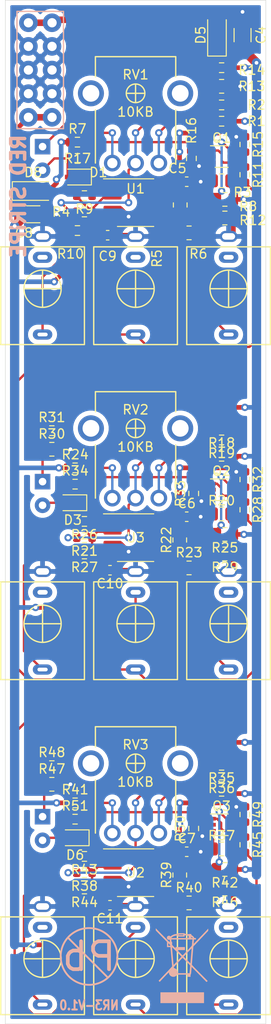
<source format=kicad_pcb>
(kicad_pcb (version 20171130) (host pcbnew 5.1.9-73d0e3b20d~88~ubuntu20.04.1)
  (layers (0 F.Cu signal) (31 B.Cu signal) (34 B.Paste user) (35 F.Paste user) (36 B.SilkS user) (37 F.SilkS user) (38 B.Mask user) (39 F.Mask user) (44 Edge.Cuts user))
  (net 0 "")
  (net 1 "Net-(J1-PadTN)")
  (net 2 "Net-(J1-PadT)")
  (net 3 "Net-(J2-PadTN)")
  (net 4 "Net-(J2-PadT)")
  (net 5 "Net-(J3-PadTN)")
  (net 6 "Net-(J3-PadT)")
  (net 7 "Net-(J4-PadTN)")
  (net 8 "Net-(J4-PadT)")
  (net 9 "Net-(J5-PadTN)")
  (net 10 "Net-(J5-PadT)")
  (net 11 "Net-(J7-PadTN)")
  (net 12 "Net-(J7-PadT)")
  (net 13 GND)
  (net 14 "Net-(D1-Pad2)")
  (net 15 "Net-(D3-Pad2)")
  (net 16 "Net-(D6-Pad2)")
  (net 17 "Net-(J10-PadTN)")
  (net 18 "Net-(J10-PadT)")
  (net 19 "Net-(R1-Pad1)")
  (net 20 "Net-(R2-Pad2)")
  (net 21 "Net-(D2-Pad2)")
  (net 22 "Net-(D5-Pad2)")
  (net 23 "Net-(D7-Pad2)")
  (net 24 +12V)
  (net 25 -12V)
  (net 26 "Net-(D1-Pad1)")
  (net 27 "Net-(D3-Pad1)")
  (net 28 "Net-(D4-Pad2)")
  (net 29 "Net-(D6-Pad1)")
  (net 30 "Net-(D8-Pad1)")
  (net 31 "Net-(J9-PadTN)")
  (net 32 "Net-(J9-PadT)")
  (net 33 "Net-(Q1-Pad6)")
  (net 34 "Net-(Q1-Pad2)")
  (net 35 "Net-(Q1-Pad5)")
  (net 36 "Net-(Q2-Pad6)")
  (net 37 "Net-(Q2-Pad2)")
  (net 38 "Net-(Q2-Pad5)")
  (net 39 "Net-(Q3-Pad6)")
  (net 40 "Net-(Q3-Pad2)")
  (net 41 "Net-(Q3-Pad5)")
  (net 42 "Net-(R10-Pad1)")
  (net 43 "Net-(R7-Pad2)")
  (net 44 "Net-(R18-Pad1)")
  (net 45 "Net-(R19-Pad2)")
  (net 46 "Net-(R21-Pad1)")
  (net 47 "Net-(R24-Pad2)")
  (net 48 "Net-(R35-Pad1)")
  (net 49 "Net-(R36-Pad2)")
  (net 50 "Net-(R38-Pad1)")
  (net 51 "Net-(R41-Pad2)")
  (net 52 "Net-(Q1-Pad1)")
  (net 53 "Net-(Q2-Pad1)")
  (net 54 "Net-(Q3-Pad1)")
  (net 55 "Net-(Q1-Pad3)")
  (net 56 "Net-(Q2-Pad3)")
  (net 57 "Net-(Q3-Pad3)")
  (net 58 "Net-(R5-Pad2)")
  (net 59 "Net-(R22-Pad2)")
  (net 60 "Net-(R39-Pad2)")
  (module user_footprints:Pb_Free (layer B.Cu) (at 9 -7.25)
    (fp_text reference REF** hide)
    (fp_text value Pb_Free hide)
    (fp_text user Pb (at 0 0) (layer B.SilkS) (effects (font (size 3 3) (thickness 0.4)) (justify mirror)))
  )
  (module Symbol:WEEE-Logo_5.6x8mm_SilkScreen (layer B.Cu) (at 19 -6.25 180)
    (fp_text reference REF** hide)
    (fp_text value WEEE-Logo_5.6x8mm_SilkScreen hide)
  )
  (module Diode_SMD:D_SOD-323F (layer F.Cu) (at 7.5 -20 180)
    (fp_text reference D6 (at 0 -1.85) (layer F.SilkS))
    (fp_text value 1N4148WS)
    (pad 2 smd rect (at 1.1 0 180) (size 0.5 0.5) (layers F.Cu F.Paste F.Mask) (net 16 "Net-(D6-Pad2)"))
    (pad 1 smd rect (at -1.1 0 180) (size 0.5 0.5) (layers F.Cu F.Paste F.Mask) (net 29 "Net-(D6-Pad1)"))
  )
  (module Diode_SMD:D_SOD-323F (layer F.Cu) (at 7.25 -56 180)
    (fp_text reference D3 (at 0 -1.85) (layer F.SilkS))
    (fp_text value 1N4148WS)
    (pad 2 smd rect (at 1.1 0 180) (size 0.5 0.5) (layers F.Cu F.Paste F.Mask) (net 15 "Net-(D3-Pad2)"))
    (pad 1 smd rect (at -1.1 0 180) (size 0.5 0.5) (layers F.Cu F.Paste F.Mask) (net 27 "Net-(D3-Pad1)"))
  )
  (module Diode_SMD:D_SOD-323F (layer F.Cu) (at 7.75 -91 180)
    (fp_text reference D1 (at -2.25 0.5) (layer F.SilkS))
    (fp_text value 1N4148WS)
    (pad 2 smd rect (at 1.1 0 180) (size 0.5 0.5) (layers F.Cu F.Paste F.Mask) (net 14 "Net-(D1-Pad2)"))
    (pad 1 smd rect (at -1.1 0 180) (size 0.5 0.5) (layers F.Cu F.Paste F.Mask) (net 26 "Net-(D1-Pad1)"))
  )
  (module Resistor_SMD:R_0805_2012Metric (layer F.Cu) (at 18.8 -88 90)
    (fp_text reference R5 (at -5.75 -2.5 90) (layer F.SilkS))
    (fp_text value 33K$)
    (pad 2 smd roundrect (at 0.9125 0 90) (size 1.025 1.4) (layers F.Cu F.Paste F.Mask) (roundrect_rratio 0.2439004878048781) (net 58 "Net-(R5-Pad2)"))
    (pad 1 smd roundrect (at -0.9125 0 90) (size 1.025 1.4) (layers F.Cu F.Paste F.Mask) (roundrect_rratio 0.2439004878048781) (net 55 "Net-(Q1-Pad3)"))
  )
  (module Resistor_SMD:R_0805_2012Metric (layer F.Cu) (at 23.6 -86.6 180)
    (fp_text reference R12 (at -3 -0.25) (layer F.SilkS))
    (fp_text value 33K$)
    (pad 2 smd roundrect (at 0.9125 0 180) (size 1.025 1.4) (layers F.Cu F.Paste F.Mask) (roundrect_rratio 0.2439004878048781) (net 33 "Net-(Q1-Pad6)"))
    (pad 1 smd roundrect (at -0.9125 0 180) (size 1.025 1.4) (layers F.Cu F.Paste F.Mask) (roundrect_rratio 0.2439004878048781) (net 13 GND))
  )
  (module Resistor_SMD:R_0805_2012Metric (layer F.Cu) (at 23.6 -14.5 180)
    (fp_text reference R46 (at 0 -1.43) (layer F.SilkS))
    (fp_text value 33K$)
    (pad 2 smd roundrect (at 0.9125 0 180) (size 1.025 1.4) (layers F.Cu F.Paste F.Mask) (roundrect_rratio 0.2439004878048781) (net 39 "Net-(Q3-Pad6)"))
    (pad 1 smd roundrect (at -0.9125 0 180) (size 1.025 1.4) (layers F.Cu F.Paste F.Mask) (roundrect_rratio 0.2439004878048781) (net 13 GND))
  )
  (module Resistor_SMD:R_0805_2012Metric (layer F.Cu) (at 18.75 -16 90)
    (fp_text reference R39 (at 0 -1.43 90) (layer F.SilkS))
    (fp_text value 33K$)
    (pad 2 smd roundrect (at 0.9125 0 90) (size 1.025 1.4) (layers F.Cu F.Paste F.Mask) (roundrect_rratio 0.2439004878048781) (net 60 "Net-(R39-Pad2)"))
    (pad 1 smd roundrect (at -0.9125 0 90) (size 1.025 1.4) (layers F.Cu F.Paste F.Mask) (roundrect_rratio 0.2439004878048781) (net 57 "Net-(Q3-Pad3)"))
  )
  (module Resistor_SMD:R_0805_2012Metric (layer F.Cu) (at 23.6 -50.5 180)
    (fp_text reference R29 (at 0 -1.43) (layer F.SilkS))
    (fp_text value 33K$)
    (pad 2 smd roundrect (at 0.9125 0 180) (size 1.025 1.4) (layers F.Cu F.Paste F.Mask) (roundrect_rratio 0.2439004878048781) (net 36 "Net-(Q2-Pad6)"))
    (pad 1 smd roundrect (at -0.9125 0 180) (size 1.025 1.4) (layers F.Cu F.Paste F.Mask) (roundrect_rratio 0.2439004878048781) (net 13 GND))
  )
  (module Resistor_SMD:R_0805_2012Metric (layer F.Cu) (at 18.75 -52 90)
    (fp_text reference R22 (at 0 -1.43 90) (layer F.SilkS))
    (fp_text value 33K$)
    (pad 2 smd roundrect (at 0.9125 0 90) (size 1.025 1.4) (layers F.Cu F.Paste F.Mask) (roundrect_rratio 0.2439004878048781) (net 59 "Net-(R22-Pad2)"))
    (pad 1 smd roundrect (at -0.9125 0 90) (size 1.025 1.4) (layers F.Cu F.Paste F.Mask) (roundrect_rratio 0.2439004878048781) (net 56 "Net-(Q2-Pad3)"))
  )
  (module Resistor_SMD:R_0805_2012Metric (layer F.Cu) (at 23.6 -16.6 180)
    (fp_text reference R42 (at 0 -1.43) (layer F.SilkS))
    (fp_text value 12K$)
    (pad 2 smd roundrect (at 0.9125 0 180) (size 1.025 1.4) (layers F.Cu F.Paste F.Mask) (roundrect_rratio 0.2439004878048781) (net 39 "Net-(Q3-Pad6)"))
    (pad 1 smd roundrect (at -0.9125 0 180) (size 1.025 1.4) (layers F.Cu F.Paste F.Mask) (roundrect_rratio 0.2439004878048781) (net 24 +12V))
  )
  (module Resistor_SMD:R_0805_2012Metric (layer F.Cu) (at 23.25 -18.8)
    (fp_text reference R37 (at 0 -1.43) (layer F.SilkS))
    (fp_text value 12K$)
    (pad 2 smd roundrect (at 0.9125 0) (size 1.025 1.4) (layers F.Cu F.Paste F.Mask) (roundrect_rratio 0.2439004878048781) (net 24 +12V))
    (pad 1 smd roundrect (at -0.9125 0) (size 1.025 1.4) (layers F.Cu F.Paste F.Mask) (roundrect_rratio 0.2439004878048781) (net 57 "Net-(Q3-Pad3)"))
  )
  (module Resistor_SMD:R_0805_2012Metric (layer F.Cu) (at 23.6 -52.6 180)
    (fp_text reference R25 (at 0 -1.43) (layer F.SilkS))
    (fp_text value 12K$)
    (pad 2 smd roundrect (at 0.9125 0 180) (size 1.025 1.4) (layers F.Cu F.Paste F.Mask) (roundrect_rratio 0.2439004878048781) (net 36 "Net-(Q2-Pad6)"))
    (pad 1 smd roundrect (at -0.9125 0 180) (size 1.025 1.4) (layers F.Cu F.Paste F.Mask) (roundrect_rratio 0.2439004878048781) (net 24 +12V))
  )
  (module Resistor_SMD:R_0805_2012Metric (layer F.Cu) (at 23.25 -54.8)
    (fp_text reference R20 (at 0 -1.43) (layer F.SilkS))
    (fp_text value 12K$)
    (pad 2 smd roundrect (at 0.9125 0) (size 1.025 1.4) (layers F.Cu F.Paste F.Mask) (roundrect_rratio 0.2439004878048781) (net 24 +12V))
    (pad 1 smd roundrect (at -0.9125 0) (size 1.025 1.4) (layers F.Cu F.Paste F.Mask) (roundrect_rratio 0.2439004878048781) (net 56 "Net-(Q2-Pad3)"))
  )
  (module Resistor_SMD:R_0805_2012Metric (layer F.Cu) (at 23.6 -88.6 180)
    (fp_text reference R8 (at -2.5 -0.75) (layer F.SilkS))
    (fp_text value 12K$)
    (pad 2 smd roundrect (at 0.9125 0 180) (size 1.025 1.4) (layers F.Cu F.Paste F.Mask) (roundrect_rratio 0.2439004878048781) (net 33 "Net-(Q1-Pad6)"))
    (pad 1 smd roundrect (at -0.9125 0 180) (size 1.025 1.4) (layers F.Cu F.Paste F.Mask) (roundrect_rratio 0.2439004878048781) (net 24 +12V))
  )
  (module Resistor_SMD:R_0805_2012Metric (layer F.Cu) (at 23.25 -90.6)
    (fp_text reference R3 (at 2.25 1.25) (layer F.SilkS))
    (fp_text value 12K$)
    (pad 2 smd roundrect (at 0.9125 0) (size 1.025 1.4) (layers F.Cu F.Paste F.Mask) (roundrect_rratio 0.2439004878048781) (net 24 +12V))
    (pad 1 smd roundrect (at -0.9125 0) (size 1.025 1.4) (layers F.Cu F.Paste F.Mask) (roundrect_rratio 0.2439004878048781) (net 55 "Net-(Q1-Pad3)"))
  )
  (module Resistor_SMD:R_0603_1608Metric (layer F.Cu) (at 23.25 -25)
    (fp_text reference R35 (at 0 -1.43) (layer F.SilkS))
    (fp_text value 3.9K)
    (pad 2 smd roundrect (at 0.825 0) (size 0.8 0.95) (layers F.Cu F.Paste F.Mask) (net 24 +12V))
    (pad 1 smd roundrect (at -0.825 0) (size 0.8 0.95) (layers F.Cu F.Paste F.Mask) (net 48 "Net-(R35-Pad1)"))
  )
  (module Package_TO_SOT_SMD:SOT-363_SC-70-6 (layer F.Cu) (at 23.25 -21.4)
    (fp_text reference Q3 (at 0 -2) (layer F.SilkS))
    (fp_text value BC847S)
    (pad 6 smd rect (at 0.95 -0.65) (size 0.65 0.4) (layers F.Cu F.Paste F.Mask) (net 39 "Net-(Q3-Pad6)"))
    (pad 4 smd rect (at 0.95 0.65) (size 0.65 0.4) (layers F.Cu F.Paste F.Mask) (net 54 "Net-(Q3-Pad1)"))
    (pad 2 smd rect (at -0.95 0) (size 0.65 0.4) (layers F.Cu F.Paste F.Mask) (net 40 "Net-(Q3-Pad2)"))
    (pad 5 smd rect (at 0.95 0) (size 0.65 0.4) (layers F.Cu F.Paste F.Mask) (net 41 "Net-(Q3-Pad5)"))
    (pad 3 smd rect (at -0.95 0.65) (size 0.65 0.4) (layers F.Cu F.Paste F.Mask) (net 57 "Net-(Q3-Pad3)"))
    (pad 1 smd rect (at -0.95 -0.65) (size 0.65 0.4) (layers F.Cu F.Paste F.Mask) (net 54 "Net-(Q3-Pad1)"))
  )
  (module Package_TO_SOT_SMD:SOT-363_SC-70-6 (layer F.Cu) (at 23.25 -57.4)
    (fp_text reference Q2 (at 0 -2) (layer F.SilkS))
    (fp_text value BC847S)
    (pad 6 smd rect (at 0.95 -0.65) (size 0.65 0.4) (layers F.Cu F.Paste F.Mask) (net 36 "Net-(Q2-Pad6)"))
    (pad 4 smd rect (at 0.95 0.65) (size 0.65 0.4) (layers F.Cu F.Paste F.Mask) (net 53 "Net-(Q2-Pad1)"))
    (pad 2 smd rect (at -0.95 0) (size 0.65 0.4) (layers F.Cu F.Paste F.Mask) (net 37 "Net-(Q2-Pad2)"))
    (pad 5 smd rect (at 0.95 0) (size 0.65 0.4) (layers F.Cu F.Paste F.Mask) (net 38 "Net-(Q2-Pad5)"))
    (pad 3 smd rect (at -0.95 0.65) (size 0.65 0.4) (layers F.Cu F.Paste F.Mask) (net 56 "Net-(Q2-Pad3)"))
    (pad 1 smd rect (at -0.95 -0.65) (size 0.65 0.4) (layers F.Cu F.Paste F.Mask) (net 53 "Net-(Q2-Pad1)"))
  )
  (module Package_TO_SOT_SMD:SOT-363_SC-70-6 (layer F.Cu) (at 23.25 -93.2)
    (fp_text reference Q1 (at 0 -2) (layer F.SilkS))
    (fp_text value BC847S)
    (pad 6 smd rect (at 0.95 -0.65) (size 0.65 0.4) (layers F.Cu F.Paste F.Mask) (net 33 "Net-(Q1-Pad6)"))
    (pad 4 smd rect (at 0.95 0.65) (size 0.65 0.4) (layers F.Cu F.Paste F.Mask) (net 52 "Net-(Q1-Pad1)"))
    (pad 2 smd rect (at -0.95 0) (size 0.65 0.4) (layers F.Cu F.Paste F.Mask) (net 34 "Net-(Q1-Pad2)"))
    (pad 5 smd rect (at 0.95 0) (size 0.65 0.4) (layers F.Cu F.Paste F.Mask) (net 35 "Net-(Q1-Pad5)"))
    (pad 3 smd rect (at -0.95 0.65) (size 0.65 0.4) (layers F.Cu F.Paste F.Mask) (net 55 "Net-(Q1-Pad3)"))
    (pad 1 smd rect (at -0.95 -0.65) (size 0.65 0.4) (layers F.Cu F.Paste F.Mask) (net 52 "Net-(Q1-Pad1)"))
  )
  (module user_footprints:LED_3mm (layer F.Cu) (at 4 -93 270)
    (fp_text reference D2 hide)
    (fp_text value LED hide)
    (pad 1 thru_hole circle (at 1.27 0 270) (size 1.6764 1.6764) (drill 0.8128) (layers *.Cu *.Mask) (net 14 "Net-(D1-Pad2)"))
    (pad 2 thru_hole rect (at -1.27 0 270) (size 1.6764 1.6764) (drill 0.8128) (layers *.Cu *.Mask) (net 21 "Net-(D2-Pad2)"))
  )
  (module user_footprints:LED_3mm (layer F.Cu) (at 4 -57 270)
    (fp_text reference D4 hide)
    (fp_text value LED hide)
    (pad 1 thru_hole circle (at 1.27 0 270) (size 1.6764 1.6764) (drill 0.8128) (layers *.Cu *.Mask) (net 15 "Net-(D3-Pad2)"))
    (pad 2 thru_hole rect (at -1.27 0 270) (size 1.6764 1.6764) (drill 0.8128) (layers *.Cu *.Mask) (net 28 "Net-(D4-Pad2)"))
  )
  (module user_footprints:LED_3mm (layer F.Cu) (at 4 -21 270)
    (fp_text reference D7 hide)
    (fp_text value LED hide)
    (pad 1 thru_hole circle (at 1.27 0 270) (size 1.6764 1.6764) (drill 0.8128) (layers *.Cu *.Mask) (net 16 "Net-(D6-Pad2)"))
    (pad 2 thru_hole rect (at -1.27 0 270) (size 1.6764 1.6764) (drill 0.8128) (layers *.Cu *.Mask) (net 23 "Net-(D7-Pad2)"))
  )
  (module Resistor_SMD:R_0603_1608Metric (layer F.Cu) (at 7.5 -22)
    (fp_text reference R51 (at 0 -1.43) (layer F.SilkS))
    (fp_text value 12K)
    (pad 2 smd roundrect (at 0.825 0) (size 0.8 0.95) (layers F.Cu F.Paste F.Mask) (net 54 "Net-(Q3-Pad1)"))
    (pad 1 smd roundrect (at -0.825 0) (size 0.8 0.95) (layers F.Cu F.Paste F.Mask) (net 16 "Net-(D6-Pad2)"))
  )
  (module Package_SO:SOIC-8_3.9x4.9mm_P1.27mm (layer F.Cu) (at 14 -52.25)
    (fp_text reference U3 (at 0 0) (layer F.SilkS))
    (fp_text value TL072CDT)
    (pad 8 smd roundrect (at 2.475 -1.905) (size 1.95 0.6) (layers F.Cu F.Paste F.Mask) (net 24 +12V))
    (pad 7 smd roundrect (at 2.475 -0.635) (size 1.95 0.6) (layers F.Cu F.Paste F.Mask) (net 59 "Net-(R22-Pad2)"))
    (pad 6 smd roundrect (at 2.475 0.635) (size 1.95 0.6) (layers F.Cu F.Paste F.Mask) (net 56 "Net-(Q2-Pad3)"))
    (pad 5 smd roundrect (at 2.475 1.905) (size 1.95 0.6) (layers F.Cu F.Paste F.Mask) (net 36 "Net-(Q2-Pad6)"))
    (pad 4 smd roundrect (at -2.475 1.905) (size 1.95 0.6) (layers F.Cu F.Paste F.Mask) (net 25 -12V))
    (pad 3 smd roundrect (at -2.475 0.635) (size 1.95 0.6) (layers F.Cu F.Paste F.Mask) (net 13 GND))
    (pad 2 smd roundrect (at -2.475 -0.635) (size 1.95 0.6) (layers F.Cu F.Paste F.Mask) (net 46 "Net-(R21-Pad1)"))
    (pad 1 smd roundrect (at -2.475 -1.905) (size 1.95 0.6) (layers F.Cu F.Paste F.Mask) (net 27 "Net-(D3-Pad1)"))
  )
  (module Package_SO:SOIC-8_3.9x4.9mm_P1.27mm (layer F.Cu) (at 14 -16.25)
    (fp_text reference U2 (at 0 0) (layer F.SilkS))
    (fp_text value TL072CDT)
    (pad 8 smd roundrect (at 2.475 -1.905) (size 1.95 0.6) (layers F.Cu F.Paste F.Mask) (net 24 +12V))
    (pad 7 smd roundrect (at 2.475 -0.635) (size 1.95 0.6) (layers F.Cu F.Paste F.Mask) (net 60 "Net-(R39-Pad2)"))
    (pad 6 smd roundrect (at 2.475 0.635) (size 1.95 0.6) (layers F.Cu F.Paste F.Mask) (net 57 "Net-(Q3-Pad3)"))
    (pad 5 smd roundrect (at 2.475 1.905) (size 1.95 0.6) (layers F.Cu F.Paste F.Mask) (net 39 "Net-(Q3-Pad6)"))
    (pad 4 smd roundrect (at -2.475 1.905) (size 1.95 0.6) (layers F.Cu F.Paste F.Mask) (net 25 -12V))
    (pad 3 smd roundrect (at -2.475 0.635) (size 1.95 0.6) (layers F.Cu F.Paste F.Mask) (net 13 GND))
    (pad 2 smd roundrect (at -2.475 -0.635) (size 1.95 0.6) (layers F.Cu F.Paste F.Mask) (net 50 "Net-(R38-Pad1)"))
    (pad 1 smd roundrect (at -2.475 -1.905) (size 1.95 0.6) (layers F.Cu F.Paste F.Mask) (net 29 "Net-(D6-Pad1)"))
  )
  (module Package_SO:SOIC-8_3.9x4.9mm_P1.27mm (layer F.Cu) (at 14 -88.25)
    (fp_text reference U1 (at 0 -1.5) (layer F.SilkS))
    (fp_text value TL072CDT)
    (pad 8 smd roundrect (at 2.475 -1.905) (size 1.95 0.6) (layers F.Cu F.Paste F.Mask) (net 24 +12V))
    (pad 7 smd roundrect (at 2.475 -0.635) (size 1.95 0.6) (layers F.Cu F.Paste F.Mask) (net 58 "Net-(R5-Pad2)"))
    (pad 6 smd roundrect (at 2.475 0.635) (size 1.95 0.6) (layers F.Cu F.Paste F.Mask) (net 55 "Net-(Q1-Pad3)"))
    (pad 5 smd roundrect (at 2.475 1.905) (size 1.95 0.6) (layers F.Cu F.Paste F.Mask) (net 33 "Net-(Q1-Pad6)"))
    (pad 4 smd roundrect (at -2.475 1.905) (size 1.95 0.6) (layers F.Cu F.Paste F.Mask) (net 25 -12V))
    (pad 3 smd roundrect (at -2.475 0.635) (size 1.95 0.6) (layers F.Cu F.Paste F.Mask) (net 13 GND))
    (pad 2 smd roundrect (at -2.475 -0.635) (size 1.95 0.6) (layers F.Cu F.Paste F.Mask) (net 42 "Net-(R10-Pad1)"))
    (pad 1 smd roundrect (at -2.475 -1.905) (size 1.95 0.6) (layers F.Cu F.Paste F.Mask) (net 26 "Net-(D1-Pad1)"))
  )
  (module Resistor_SMD:R_0603_1608Metric (layer F.Cu) (at 20.25 -21 90)
    (fp_text reference R50 (at 0 -1.43 90) (layer F.SilkS))
    (fp_text value 510R)
    (pad 2 smd roundrect (at 0.825 0 90) (size 0.8 0.95) (layers F.Cu F.Paste F.Mask) (net 40 "Net-(Q3-Pad2)"))
    (pad 1 smd roundrect (at -0.825 0 90) (size 0.8 0.95) (layers F.Cu F.Paste F.Mask) (net 13 GND))
  )
  (module Resistor_SMD:R_0603_1608Metric (layer F.Cu) (at 25.75 -22.5 270)
    (fp_text reference R49 (at 0 -1.43 90) (layer F.SilkS))
    (fp_text value 510R)
    (pad 2 smd roundrect (at 0.825 0 270) (size 0.8 0.95) (layers F.Cu F.Paste F.Mask) (net 41 "Net-(Q3-Pad5)"))
    (pad 1 smd roundrect (at -0.825 0 270) (size 0.8 0.95) (layers F.Cu F.Paste F.Mask) (net 13 GND))
  )
  (module Resistor_SMD:R_0603_1608Metric (layer F.Cu) (at 5 -27.75)
    (fp_text reference R48 (at 0 -1.43) (layer F.SilkS))
    (fp_text value 12K)
    (pad 2 smd roundrect (at 0.825 0) (size 0.8 0.95) (layers F.Cu F.Paste F.Mask) (net 24 +12V))
    (pad 1 smd roundrect (at -0.825 0) (size 0.8 0.95) (layers F.Cu F.Paste F.Mask) (net 23 "Net-(D7-Pad2)"))
  )
  (module Resistor_SMD:R_0805_2012Metric (layer F.Cu) (at 5 -25.75)
    (fp_text reference R47 (at 0 -1.65) (layer F.SilkS))
    (fp_text value 1K)
    (pad 2 smd roundrect (at 0.9125 0) (size 1.025 1.4) (layers F.Cu F.Paste F.Mask) (roundrect_rratio 0.2439004878048781) (net 13 GND))
    (pad 1 smd roundrect (at -0.9125 0) (size 1.025 1.4) (layers F.Cu F.Paste F.Mask) (roundrect_rratio 0.2439004878048781) (net 23 "Net-(D7-Pad2)"))
  )
  (module Resistor_SMD:R_0603_1608Metric (layer F.Cu) (at 25.75 -19.25 270)
    (fp_text reference R45 (at 0 -1.43 90) (layer F.SilkS))
    (fp_text value 100K)
    (pad 2 smd roundrect (at 0.825 0 270) (size 0.8 0.95) (layers F.Cu F.Paste F.Mask) (net 18 "Net-(J10-PadT)"))
    (pad 1 smd roundrect (at -0.825 0 270) (size 0.8 0.95) (layers F.Cu F.Paste F.Mask) (net 41 "Net-(Q3-Pad5)"))
  )
  (module Resistor_SMD:R_0603_1608Metric (layer F.Cu) (at 8.5 -14.5 180)
    (fp_text reference R44 (at 0 -1.43) (layer F.SilkS))
    (fp_text value 100K)
    (pad 2 smd roundrect (at 0.825 0 180) (size 0.8 0.95) (layers F.Cu F.Paste F.Mask) (net 32 "Net-(J9-PadT)"))
    (pad 1 smd roundrect (at -0.825 0 180) (size 0.8 0.95) (layers F.Cu F.Paste F.Mask) (net 50 "Net-(R38-Pad1)"))
  )
  (module Resistor_SMD:R_0603_1608Metric (layer F.Cu) (at 8.5 -18 180)
    (fp_text reference R43 (at 0 -1.43) (layer F.SilkS))
    (fp_text value 100K)
    (pad 2 smd roundrect (at 0.825 0 180) (size 0.8 0.95) (layers F.Cu F.Paste F.Mask) (net 50 "Net-(R38-Pad1)"))
    (pad 1 smd roundrect (at -0.825 0 180) (size 0.8 0.95) (layers F.Cu F.Paste F.Mask) (net 29 "Net-(D6-Pad1)"))
  )
  (module Resistor_SMD:R_0603_1608Metric (layer F.Cu) (at 7.5 -23.75)
    (fp_text reference R41 (at 0 -1.43) (layer F.SilkS))
    (fp_text value 510R)
    (pad 2 smd roundrect (at 0.825 0) (size 0.8 0.95) (layers F.Cu F.Paste F.Mask) (net 51 "Net-(R41-Pad2)"))
    (pad 1 smd roundrect (at -0.825 0) (size 0.8 0.95) (layers F.Cu F.Paste F.Mask) (net 25 -12V))
  )
  (module Resistor_SMD:R_0805_2012Metric (layer F.Cu) (at 19.75 -13)
    (fp_text reference R40 (at 0 -1.65) (layer F.SilkS))
    (fp_text value 1K)
    (pad 2 smd roundrect (at 0.9125 0) (size 1.025 1.4) (layers F.Cu F.Paste F.Mask) (roundrect_rratio 0.2439004878048781) (net 12 "Net-(J7-PadT)"))
    (pad 1 smd roundrect (at -0.9125 0) (size 1.025 1.4) (layers F.Cu F.Paste F.Mask) (roundrect_rratio 0.2439004878048781) (net 60 "Net-(R39-Pad2)"))
  )
  (module Resistor_SMD:R_0603_1608Metric (layer F.Cu) (at 8.5 -16.25 180)
    (fp_text reference R38 (at 0 -1.43) (layer F.SilkS))
    (fp_text value 100K)
    (pad 2 smd roundrect (at 0.825 0 180) (size 0.8 0.95) (layers F.Cu F.Paste F.Mask) (net 49 "Net-(R36-Pad2)"))
    (pad 1 smd roundrect (at -0.825 0 180) (size 0.8 0.95) (layers F.Cu F.Paste F.Mask) (net 50 "Net-(R38-Pad1)"))
  )
  (module Resistor_SMD:R_0603_1608Metric (layer F.Cu) (at 23.25 -26.75 180)
    (fp_text reference R36 (at 0 -1.43) (layer F.SilkS))
    (fp_text value 3.9K)
    (pad 2 smd roundrect (at 0.825 0 180) (size 0.8 0.95) (layers F.Cu F.Paste F.Mask) (net 49 "Net-(R36-Pad2)"))
    (pad 1 smd roundrect (at -0.825 0 180) (size 0.8 0.95) (layers F.Cu F.Paste F.Mask) (net 48 "Net-(R35-Pad1)"))
  )
  (module Resistor_SMD:R_0603_1608Metric (layer F.Cu) (at 7.5 -58)
    (fp_text reference R34 (at 0 -1.43) (layer F.SilkS))
    (fp_text value 12K)
    (pad 2 smd roundrect (at 0.825 0) (size 0.8 0.95) (layers F.Cu F.Paste F.Mask) (net 53 "Net-(Q2-Pad1)"))
    (pad 1 smd roundrect (at -0.825 0) (size 0.8 0.95) (layers F.Cu F.Paste F.Mask) (net 15 "Net-(D3-Pad2)"))
  )
  (module Resistor_SMD:R_0603_1608Metric (layer F.Cu) (at 20.25 -57 90)
    (fp_text reference R33 (at 0 -1.43 90) (layer F.SilkS))
    (fp_text value 510R)
    (pad 2 smd roundrect (at 0.825 0 90) (size 0.8 0.95) (layers F.Cu F.Paste F.Mask) (net 37 "Net-(Q2-Pad2)"))
    (pad 1 smd roundrect (at -0.825 0 90) (size 0.8 0.95) (layers F.Cu F.Paste F.Mask) (net 13 GND))
  )
  (module Resistor_SMD:R_0603_1608Metric (layer F.Cu) (at 25.75 -58.5 270)
    (fp_text reference R32 (at 0 -1.43 90) (layer F.SilkS))
    (fp_text value 510R)
    (pad 2 smd roundrect (at 0.825 0 270) (size 0.8 0.95) (layers F.Cu F.Paste F.Mask) (net 38 "Net-(Q2-Pad5)"))
    (pad 1 smd roundrect (at -0.825 0 270) (size 0.8 0.95) (layers F.Cu F.Paste F.Mask) (net 13 GND))
  )
  (module Resistor_SMD:R_0603_1608Metric (layer F.Cu) (at 5 -63.75)
    (fp_text reference R31 (at 0 -1.43) (layer F.SilkS))
    (fp_text value 12K)
    (pad 2 smd roundrect (at 0.825 0) (size 0.8 0.95) (layers F.Cu F.Paste F.Mask) (net 24 +12V))
    (pad 1 smd roundrect (at -0.825 0) (size 0.8 0.95) (layers F.Cu F.Paste F.Mask) (net 28 "Net-(D4-Pad2)"))
  )
  (module Resistor_SMD:R_0805_2012Metric (layer F.Cu) (at 5 -61.75)
    (fp_text reference R30 (at 0 -1.65) (layer F.SilkS))
    (fp_text value 1K)
    (pad 2 smd roundrect (at 0.9125 0) (size 1.025 1.4) (layers F.Cu F.Paste F.Mask) (roundrect_rratio 0.2439004878048781) (net 13 GND))
    (pad 1 smd roundrect (at -0.9125 0) (size 1.025 1.4) (layers F.Cu F.Paste F.Mask) (roundrect_rratio 0.2439004878048781) (net 28 "Net-(D4-Pad2)"))
  )
  (module Resistor_SMD:R_0603_1608Metric (layer F.Cu) (at 25.75 -55.25 270)
    (fp_text reference R28 (at 0 -1.43 90) (layer F.SilkS))
    (fp_text value 100K)
    (pad 2 smd roundrect (at 0.825 0 270) (size 0.8 0.95) (layers F.Cu F.Paste F.Mask) (net 17 "Net-(J10-PadTN)"))
    (pad 1 smd roundrect (at -0.825 0 270) (size 0.8 0.95) (layers F.Cu F.Paste F.Mask) (net 38 "Net-(Q2-Pad5)"))
  )
  (module Resistor_SMD:R_0603_1608Metric (layer F.Cu) (at 8.5 -50.5 180)
    (fp_text reference R27 (at 0 -1.43) (layer F.SilkS))
    (fp_text value 100K)
    (pad 2 smd roundrect (at 0.825 0 180) (size 0.8 0.95) (layers F.Cu F.Paste F.Mask) (net 10 "Net-(J5-PadT)"))
    (pad 1 smd roundrect (at -0.825 0 180) (size 0.8 0.95) (layers F.Cu F.Paste F.Mask) (net 46 "Net-(R21-Pad1)"))
  )
  (module Resistor_SMD:R_0603_1608Metric (layer F.Cu) (at 8.5 -54 180)
    (fp_text reference R26 (at 0 -1.43) (layer F.SilkS))
    (fp_text value 100K)
    (pad 2 smd roundrect (at 0.825 0 180) (size 0.8 0.95) (layers F.Cu F.Paste F.Mask) (net 46 "Net-(R21-Pad1)"))
    (pad 1 smd roundrect (at -0.825 0 180) (size 0.8 0.95) (layers F.Cu F.Paste F.Mask) (net 27 "Net-(D3-Pad1)"))
  )
  (module Resistor_SMD:R_0603_1608Metric (layer F.Cu) (at 7.5 -59.75)
    (fp_text reference R24 (at 0 -1.43) (layer F.SilkS))
    (fp_text value 510R)
    (pad 2 smd roundrect (at 0.825 0) (size 0.8 0.95) (layers F.Cu F.Paste F.Mask) (net 47 "Net-(R24-Pad2)"))
    (pad 1 smd roundrect (at -0.825 0) (size 0.8 0.95) (layers F.Cu F.Paste F.Mask) (net 25 -12V))
  )
  (module Resistor_SMD:R_0805_2012Metric (layer F.Cu) (at 19.75 -49)
    (fp_text reference R23 (at 0 -1.65) (layer F.SilkS))
    (fp_text value 1K)
    (pad 2 smd roundrect (at 0.9125 0) (size 1.025 1.4) (layers F.Cu F.Paste F.Mask) (roundrect_rratio 0.2439004878048781) (net 8 "Net-(J4-PadT)"))
    (pad 1 smd roundrect (at -0.9125 0) (size 1.025 1.4) (layers F.Cu F.Paste F.Mask) (roundrect_rratio 0.2439004878048781) (net 59 "Net-(R22-Pad2)"))
  )
  (module Resistor_SMD:R_0603_1608Metric (layer F.Cu) (at 8.5 -52.25 180)
    (fp_text reference R21 (at 0 -1.43) (layer F.SilkS))
    (fp_text value 100K)
    (pad 2 smd roundrect (at 0.825 0 180) (size 0.8 0.95) (layers F.Cu F.Paste F.Mask) (net 45 "Net-(R19-Pad2)"))
    (pad 1 smd roundrect (at -0.825 0 180) (size 0.8 0.95) (layers F.Cu F.Paste F.Mask) (net 46 "Net-(R21-Pad1)"))
  )
  (module Resistor_SMD:R_0603_1608Metric (layer F.Cu) (at 23.25 -62.75 180)
    (fp_text reference R19 (at 0 -1.43) (layer F.SilkS))
    (fp_text value 3.9K)
    (pad 2 smd roundrect (at 0.825 0 180) (size 0.8 0.95) (layers F.Cu F.Paste F.Mask) (net 45 "Net-(R19-Pad2)"))
    (pad 1 smd roundrect (at -0.825 0 180) (size 0.8 0.95) (layers F.Cu F.Paste F.Mask) (net 44 "Net-(R18-Pad1)"))
  )
  (module Resistor_SMD:R_0603_1608Metric (layer F.Cu) (at 23.25 -61)
    (fp_text reference R18 (at 0 -1.43) (layer F.SilkS))
    (fp_text value 3.9K)
    (pad 2 smd roundrect (at 0.825 0) (size 0.8 0.95) (layers F.Cu F.Paste F.Mask) (net 24 +12V))
    (pad 1 smd roundrect (at -0.825 0) (size 0.8 0.95) (layers F.Cu F.Paste F.Mask) (net 44 "Net-(R18-Pad1)"))
  )
  (module Resistor_SMD:R_0603_1608Metric (layer F.Cu) (at 7.75 -93)
    (fp_text reference R17 (at 0 0) (layer F.SilkS))
    (fp_text value 12K)
    (pad 2 smd roundrect (at 0.825 0) (size 0.8 0.95) (layers F.Cu F.Paste F.Mask) (net 52 "Net-(Q1-Pad1)"))
    (pad 1 smd roundrect (at -0.825 0) (size 0.8 0.95) (layers F.Cu F.Paste F.Mask) (net 14 "Net-(D1-Pad2)"))
  )
  (module Resistor_SMD:R_0603_1608Metric (layer F.Cu) (at 20 -93 90)
    (fp_text reference R16 (at 3 0 90) (layer F.SilkS))
    (fp_text value 510R)
    (pad 2 smd roundrect (at 0.825 0 90) (size 0.8 0.95) (layers F.Cu F.Paste F.Mask) (net 34 "Net-(Q1-Pad2)"))
    (pad 1 smd roundrect (at -0.825 0 90) (size 0.8 0.95) (layers F.Cu F.Paste F.Mask) (net 13 GND))
  )
  (module Resistor_SMD:R_0603_1608Metric (layer F.Cu) (at 25.75 -94.5 270)
    (fp_text reference R15 (at 0 -1.43 90) (layer F.SilkS))
    (fp_text value 510R)
    (pad 2 smd roundrect (at 0.825 0 270) (size 0.8 0.95) (layers F.Cu F.Paste F.Mask) (net 35 "Net-(Q1-Pad5)"))
    (pad 1 smd roundrect (at -0.825 0 270) (size 0.8 0.95) (layers F.Cu F.Paste F.Mask) (net 13 GND))
  )
  (module Resistor_SMD:R_0603_1608Metric (layer F.Cu) (at 23.25 -102.75)
    (fp_text reference R14 (at 3.25 0.25) (layer F.SilkS))
    (fp_text value 12K)
    (pad 2 smd roundrect (at 0.825 0) (size 0.8 0.95) (layers F.Cu F.Paste F.Mask) (net 24 +12V))
    (pad 1 smd roundrect (at -0.825 0) (size 0.8 0.95) (layers F.Cu F.Paste F.Mask) (net 21 "Net-(D2-Pad2)"))
  )
  (module Resistor_SMD:R_0805_2012Metric (layer F.Cu) (at 23.25 -100.75)
    (fp_text reference R13 (at 3.25 0) (layer F.SilkS))
    (fp_text value 1K)
    (pad 2 smd roundrect (at 0.9125 0) (size 1.025 1.4) (layers F.Cu F.Paste F.Mask) (roundrect_rratio 0.2439004878048781) (net 13 GND))
    (pad 1 smd roundrect (at -0.9125 0) (size 1.025 1.4) (layers F.Cu F.Paste F.Mask) (roundrect_rratio 0.2439004878048781) (net 21 "Net-(D2-Pad2)"))
  )
  (module Resistor_SMD:R_0603_1608Metric (layer F.Cu) (at 25.75 -91.25 270)
    (fp_text reference R11 (at 0 -1.43 90) (layer F.SilkS))
    (fp_text value 100K)
    (pad 2 smd roundrect (at 0.825 0 270) (size 0.8 0.95) (layers F.Cu F.Paste F.Mask) (net 6 "Net-(J3-PadT)"))
    (pad 1 smd roundrect (at -0.825 0 270) (size 0.8 0.95) (layers F.Cu F.Paste F.Mask) (net 35 "Net-(Q1-Pad5)"))
  )
  (module Resistor_SMD:R_0603_1608Metric (layer F.Cu) (at 7.75 -85.25 180)
    (fp_text reference R10 (at 0.75 -2.5) (layer F.SilkS))
    (fp_text value 100K)
    (pad 2 smd roundrect (at 0.825 0 180) (size 0.8 0.95) (layers F.Cu F.Paste F.Mask) (net 4 "Net-(J2-PadT)"))
    (pad 1 smd roundrect (at -0.825 0 180) (size 0.8 0.95) (layers F.Cu F.Paste F.Mask) (net 42 "Net-(R10-Pad1)"))
  )
  (module Resistor_SMD:R_0603_1608Metric (layer F.Cu) (at 8.5 -89 180)
    (fp_text reference R9 (at 0 -1.43) (layer F.SilkS))
    (fp_text value 100K)
    (pad 2 smd roundrect (at 0.825 0 180) (size 0.8 0.95) (layers F.Cu F.Paste F.Mask) (net 42 "Net-(R10-Pad1)"))
    (pad 1 smd roundrect (at -0.825 0 180) (size 0.8 0.95) (layers F.Cu F.Paste F.Mask) (net 26 "Net-(D1-Pad1)"))
  )
  (module Resistor_SMD:R_0603_1608Metric (layer F.Cu) (at 7.75 -94.75)
    (fp_text reference R7 (at 0 -1.43) (layer F.SilkS))
    (fp_text value 510R)
    (pad 2 smd roundrect (at 0.825 0) (size 0.8 0.95) (layers F.Cu F.Paste F.Mask) (net 43 "Net-(R7-Pad2)"))
    (pad 1 smd roundrect (at -0.825 0) (size 0.8 0.95) (layers F.Cu F.Paste F.Mask) (net 25 -12V))
  )
  (module Resistor_SMD:R_0805_2012Metric (layer F.Cu) (at 19.75 -85)
    (fp_text reference R6 (at 1 2.25) (layer F.SilkS))
    (fp_text value 1K)
    (pad 2 smd roundrect (at 0.9125 0) (size 1.025 1.4) (layers F.Cu F.Paste F.Mask) (roundrect_rratio 0.2439004878048781) (net 2 "Net-(J1-PadT)"))
    (pad 1 smd roundrect (at -0.9125 0) (size 1.025 1.4) (layers F.Cu F.Paste F.Mask) (roundrect_rratio 0.2439004878048781) (net 58 "Net-(R5-Pad2)"))
  )
  (module Resistor_SMD:R_0603_1608Metric (layer F.Cu) (at 8.5 -87.25 180)
    (fp_text reference R4 (at 2.5 0) (layer F.SilkS))
    (fp_text value 100K)
    (pad 2 smd roundrect (at 0.825 0 180) (size 0.8 0.95) (layers F.Cu F.Paste F.Mask) (net 20 "Net-(R2-Pad2)"))
    (pad 1 smd roundrect (at -0.825 0 180) (size 0.8 0.95) (layers F.Cu F.Paste F.Mask) (net 42 "Net-(R10-Pad1)"))
  )
  (module Resistor_SMD:R_0603_1608Metric (layer F.Cu) (at 23.25 -98.75 180)
    (fp_text reference R2 (at -3.75 0) (layer F.SilkS))
    (fp_text value 3.9K)
    (pad 2 smd roundrect (at 0.825 0 180) (size 0.8 0.95) (layers F.Cu F.Paste F.Mask) (net 20 "Net-(R2-Pad2)"))
    (pad 1 smd roundrect (at -0.825 0 180) (size 0.8 0.95) (layers F.Cu F.Paste F.Mask) (net 19 "Net-(R1-Pad1)"))
  )
  (module Resistor_SMD:R_0603_1608Metric (layer F.Cu) (at 23.25 -97)
    (fp_text reference R1 (at 3.75 0) (layer F.SilkS))
    (fp_text value 3.9K)
    (pad 2 smd roundrect (at 0.825 0) (size 0.8 0.95) (layers F.Cu F.Paste F.Mask) (net 24 +12V))
    (pad 1 smd roundrect (at -0.825 0) (size 0.8 0.95) (layers F.Cu F.Paste F.Mask) (net 19 "Net-(R1-Pad1)"))
  )
  (module Diode_SMD:D_SOD-123 (layer F.Cu) (at 3 -89.5)
    (fp_text reference D8 (at 0 -2) (layer F.SilkS))
    (fp_text value B5819W)
    (pad 2 smd rect (at 1.65 0) (size 0.9 1.2) (layers F.Cu F.Paste F.Mask) (net 25 -12V))
    (pad 1 smd rect (at -1.65 0) (size 0.9 1.2) (layers F.Cu F.Paste F.Mask) (net 30 "Net-(D8-Pad1)"))
  )
  (module Diode_SMD:D_SOD-123 (layer F.Cu) (at 22.75 -106.25 90)
    (fp_text reference D5 (at 0 -1.75 270) (layer F.SilkS))
    (fp_text value B5819W)
    (pad 2 smd rect (at 1.65 0 90) (size 0.9 1.2) (layers F.Cu F.Paste F.Mask) (net 22 "Net-(D5-Pad2)"))
    (pad 1 smd rect (at -1.65 0 90) (size 0.9 1.2) (layers F.Cu F.Paste F.Mask) (net 24 +12V))
  )
  (module Capacitor_SMD:C_0603_1608Metric (layer F.Cu) (at 11.25 -12.75 180)
    (fp_text reference C11 (at 0 -1.43) (layer F.SilkS))
    (fp_text value .1uF)
    (pad 2 smd roundrect (at 0.775 0 180) (size 0.9 0.95) (layers F.Cu F.Paste F.Mask) (net 25 -12V))
    (pad 1 smd roundrect (at -0.775 0 180) (size 0.9 0.95) (layers F.Cu F.Paste F.Mask) (net 13 GND))
  )
  (module Capacitor_SMD:C_0603_1608Metric (layer F.Cu) (at 11.25 -48.75 180)
    (fp_text reference C10 (at 0 -1.43) (layer F.SilkS))
    (fp_text value .1uF)
    (pad 2 smd roundrect (at 0.775 0 180) (size 0.9 0.95) (layers F.Cu F.Paste F.Mask) (net 25 -12V))
    (pad 1 smd roundrect (at -0.775 0 180) (size 0.9 0.95) (layers F.Cu F.Paste F.Mask) (net 13 GND))
  )
  (module Capacitor_SMD:C_0603_1608Metric (layer F.Cu) (at 11 -84.75 180)
    (fp_text reference C9 (at 0 -2.25) (layer F.SilkS))
    (fp_text value .1uF)
    (pad 2 smd roundrect (at 0.775 0 180) (size 0.9 0.95) (layers F.Cu F.Paste F.Mask) (net 25 -12V))
    (pad 1 smd roundrect (at -0.775 0 180) (size 0.9 0.95) (layers F.Cu F.Paste F.Mask) (net 13 GND))
  )
  (module Capacitor_SMD:C_1206_3216Metric (layer F.Cu) (at 3 -87 180)
    (fp_text reference C8 (at 1 -2) (layer F.SilkS))
    (fp_text value 10uF)
    (pad 2 smd roundrect (at 1.475 0 180) (size 1.15 1.8) (layers F.Cu F.Paste F.Mask) (roundrect_rratio 0.2173904347826087) (net 25 -12V))
    (pad 1 smd roundrect (at -1.475 0 180) (size 1.15 1.8) (layers F.Cu F.Paste F.Mask) (roundrect_rratio 0.2173904347826087) (net 13 GND))
  )
  (module Capacitor_SMD:C_0603_1608Metric (layer F.Cu) (at 19.5 -18.5)
    (fp_text reference C7 (at 0 -1.43) (layer F.SilkS))
    (fp_text value .1uF)
    (pad 2 smd roundrect (at 0.775 0) (size 0.9 0.95) (layers F.Cu F.Paste F.Mask) (net 13 GND))
    (pad 1 smd roundrect (at -0.775 0) (size 0.9 0.95) (layers F.Cu F.Paste F.Mask) (net 24 +12V))
  )
  (module Capacitor_SMD:C_0603_1608Metric (layer F.Cu) (at 19.5 -54.5)
    (fp_text reference C6 (at 0 -1.43) (layer F.SilkS))
    (fp_text value .1uF)
    (pad 2 smd roundrect (at 0.775 0) (size 0.9 0.95) (layers F.Cu F.Paste F.Mask) (net 13 GND))
    (pad 1 smd roundrect (at -0.775 0) (size 0.9 0.95) (layers F.Cu F.Paste F.Mask) (net 24 +12V))
  )
  (module Capacitor_SMD:C_0603_1608Metric (layer F.Cu) (at 19.5 -90.5)
    (fp_text reference C5 (at -1 -1.43) (layer F.SilkS))
    (fp_text value .1uF)
    (pad 2 smd roundrect (at 0.775 0) (size 0.9 0.95) (layers F.Cu F.Paste F.Mask) (net 13 GND))
    (pad 1 smd roundrect (at -0.775 0) (size 0.9 0.95) (layers F.Cu F.Paste F.Mask) (net 24 +12V))
  )
  (module Capacitor_SMD:C_1206_3216Metric (layer F.Cu) (at 25.5 -106.25 90)
    (fp_text reference C4 (at 0 2 90) (layer F.SilkS))
    (fp_text value 10uF)
    (pad 2 smd roundrect (at 1.475 0 90) (size 1.15 1.8) (layers F.Cu F.Paste F.Mask) (roundrect_rratio 0.2173904347826087) (net 13 GND))
    (pad 1 smd roundrect (at -1.475 0 90) (size 1.15 1.8) (layers F.Cu F.Paste F.Mask) (roundrect_rratio 0.2173904347826087) (net 24 +12V))
  )
  (module user_footprints:AudioJack_QuPing_Pushfit (layer F.Cu) (at 14 -7 180)
    (fp_text reference J10 hide)
    (fp_text value IN3 hide)
    (pad S thru_hole oval (at 0 5.6205 180) (size 1.9 1.2) (drill oval 1.4 0.7) (layers *.Cu *.Mask) (net 13 GND))
    (pad TN thru_hole oval (at 0 3.38 180) (size 2.1 1.2) (drill oval 1.1 0.5) (layers *.Cu *.Mask) (net 17 "Net-(J10-PadTN)"))
    (pad T thru_hole oval (at 0 -4.92 180) (size 2.1 1.1) (drill oval 1.1 0.4) (layers *.Cu *.Mask) (net 18 "Net-(J10-PadT)"))
  )
  (module user_footprints:AudioJack_QuPing_Pushfit (layer F.Cu) (at 24 -7 180)
    (fp_text reference J7 hide)
    (fp_text value OUT3 hide)
    (pad S thru_hole oval (at 0 5.6205 180) (size 1.9 1.2) (drill oval 1.4 0.7) (layers *.Cu *.Mask) (net 13 GND))
    (pad TN thru_hole oval (at 0 3.38 180) (size 2.1 1.2) (drill oval 1.1 0.5) (layers *.Cu *.Mask) (net 11 "Net-(J7-PadTN)"))
    (pad T thru_hole oval (at 0 -4.92 180) (size 2.1 1.1) (drill oval 1.1 0.4) (layers *.Cu *.Mask) (net 12 "Net-(J7-PadT)"))
  )
  (module user_footprints:AudioJack_QuPing_Pushfit (layer F.Cu) (at 4 -7 180)
    (fp_text reference J9 hide)
    (fp_text value CV3 hide)
    (pad S thru_hole oval (at 0 5.6205 180) (size 1.9 1.2) (drill oval 1.4 0.7) (layers *.Cu *.Mask) (net 13 GND))
    (pad TN thru_hole oval (at 0 3.38 180) (size 2.1 1.2) (drill oval 1.1 0.5) (layers *.Cu *.Mask) (net 31 "Net-(J9-PadTN)"))
    (pad T thru_hole oval (at 0 -4.92 180) (size 2.1 1.1) (drill oval 1.1 0.4) (layers *.Cu *.Mask) (net 32 "Net-(J9-PadT)"))
  )
  (module user_footprints:AudioJack_QuPing_Pushfit (layer F.Cu) (at 14 -43 180)
    (fp_text reference J6 hide)
    (fp_text value IN2 hide)
    (pad S thru_hole oval (at 0 5.6205 180) (size 1.9 1.2) (drill oval 1.4 0.7) (layers *.Cu *.Mask) (net 13 GND))
    (pad TN thru_hole oval (at 0 3.38 180) (size 2.1 1.2) (drill oval 1.1 0.5) (layers *.Cu *.Mask) (net 6 "Net-(J3-PadT)"))
    (pad T thru_hole oval (at 0 -4.92 180) (size 2.1 1.1) (drill oval 1.1 0.4) (layers *.Cu *.Mask) (net 17 "Net-(J10-PadTN)"))
  )
  (module user_footprints:AudioJack_QuPing_Pushfit (layer F.Cu) (at 4 -43 180)
    (fp_text reference J5 hide)
    (fp_text value CV2 hide)
    (pad S thru_hole oval (at 0 5.6205 180) (size 1.9 1.2) (drill oval 1.4 0.7) (layers *.Cu *.Mask) (net 13 GND))
    (pad TN thru_hole oval (at 0 3.38 180) (size 2.1 1.2) (drill oval 1.1 0.5) (layers *.Cu *.Mask) (net 9 "Net-(J5-PadTN)"))
    (pad T thru_hole oval (at 0 -4.92 180) (size 2.1 1.1) (drill oval 1.1 0.4) (layers *.Cu *.Mask) (net 10 "Net-(J5-PadT)"))
  )
  (module user_footprints:AudioJack_QuPing_Pushfit (layer F.Cu) (at 24 -43 180)
    (fp_text reference J4 hide)
    (fp_text value OUT2 hide)
    (pad S thru_hole oval (at 0 5.6205 180) (size 1.9 1.2) (drill oval 1.4 0.7) (layers *.Cu *.Mask) (net 13 GND))
    (pad TN thru_hole oval (at 0 3.38 180) (size 2.1 1.2) (drill oval 1.1 0.5) (layers *.Cu *.Mask) (net 7 "Net-(J4-PadTN)"))
    (pad T thru_hole oval (at 0 -4.92 180) (size 2.1 1.1) (drill oval 1.1 0.4) (layers *.Cu *.Mask) (net 8 "Net-(J4-PadT)"))
  )
  (module user_footprints:AudioJack_QuPing_Pushfit (layer F.Cu) (at 4 -79 180)
    (fp_text reference J2 hide)
    (fp_text value CV1 hide)
    (pad S thru_hole oval (at 0 5.6205 180) (size 1.9 1.2) (drill oval 1.4 0.7) (layers *.Cu *.Mask) (net 13 GND))
    (pad TN thru_hole oval (at 0 3.38 180) (size 2.1 1.2) (drill oval 1.1 0.5) (layers *.Cu *.Mask) (net 3 "Net-(J2-PadTN)"))
    (pad T thru_hole oval (at 0 -4.92 180) (size 2.1 1.1) (drill oval 1.1 0.4) (layers *.Cu *.Mask) (net 4 "Net-(J2-PadT)"))
  )
  (module user_footprints:AudioJack_QuPing_Pushfit (layer F.Cu) (at 24 -79 180)
    (fp_text reference J1 hide)
    (fp_text value OUT1 hide)
    (pad S thru_hole oval (at 0 5.6205 180) (size 1.9 1.2) (drill oval 1.4 0.7) (layers *.Cu *.Mask) (net 13 GND))
    (pad TN thru_hole oval (at 0 3.38 180) (size 2.1 1.2) (drill oval 1.1 0.5) (layers *.Cu *.Mask) (net 1 "Net-(J1-PadTN)"))
    (pad T thru_hole oval (at 0 -4.92 180) (size 2.1 1.1) (drill oval 1.1 0.4) (layers *.Cu *.Mask) (net 2 "Net-(J1-PadT)"))
  )
  (module user_footprints:AudioJack_QuPing_Pushfit (layer F.Cu) (at 14 -79 180)
    (fp_text reference J3 hide)
    (fp_text value IN1 hide)
    (pad S thru_hole oval (at 0 5.6205 180) (size 1.9 1.2) (drill oval 1.4 0.7) (layers *.Cu *.Mask) (net 13 GND))
    (pad TN thru_hole oval (at 0 3.38 180) (size 2.1 1.2) (drill oval 1.1 0.5) (layers *.Cu *.Mask) (net 5 "Net-(J3-PadTN)"))
    (pad T thru_hole oval (at 0 -4.92 180) (size 2.1 1.1) (drill oval 1.1 0.4) (layers *.Cu *.Mask) (net 6 "Net-(J3-PadT)"))
  )
  (module user_footprints:POT_9mm_metal (layer F.Cu) (at 14 -28)
    (fp_text reference RV3 (at 0 -2) (layer F.SilkS))
    (fp_text value 10KB (at 0 2) (layer F.SilkS))
    (pad "" thru_hole circle (at -4.8 0.002) (size 2.8 2.8) (drill 1.8) (layers *.Cu *.Mask))
    (pad "" thru_hole circle (at 4.8 0.002) (size 2.8 2.8) (drill 1.8) (layers *.Cu *.Mask))
    (pad 1 thru_hole circle (at -2.5 7.502) (size 1.8 1.8) (drill 1.1) (layers *.Cu *.Mask) (net 51 "Net-(R41-Pad2)"))
    (pad 3 thru_hole circle (at 2.5 7.502) (size 1.8 1.8) (drill 1.1) (layers *.Cu *.Mask) (net 48 "Net-(R35-Pad1)"))
    (pad 2 thru_hole circle (at 0 7.502) (size 1.8 1.8) (drill 1.1) (layers *.Cu *.Mask) (net 49 "Net-(R36-Pad2)"))
  )
  (module user_footprints:POT_9mm_metal (layer F.Cu) (at 14 -64)
    (fp_text reference RV2 (at 0 -2) (layer F.SilkS))
    (fp_text value 10KB (at 0 2) (layer F.SilkS))
    (pad "" thru_hole circle (at -4.8 0.002) (size 2.8 2.8) (drill 1.8) (layers *.Cu *.Mask))
    (pad "" thru_hole circle (at 4.8 0.002) (size 2.8 2.8) (drill 1.8) (layers *.Cu *.Mask))
    (pad 1 thru_hole circle (at -2.5 7.502) (size 1.8 1.8) (drill 1.1) (layers *.Cu *.Mask) (net 47 "Net-(R24-Pad2)"))
    (pad 3 thru_hole circle (at 2.5 7.502) (size 1.8 1.8) (drill 1.1) (layers *.Cu *.Mask) (net 44 "Net-(R18-Pad1)"))
    (pad 2 thru_hole circle (at 0 7.502) (size 1.8 1.8) (drill 1.1) (layers *.Cu *.Mask) (net 45 "Net-(R19-Pad2)"))
  )
  (module user_footprints:POT_9mm_metal (layer F.Cu) (at 14 -100)
    (fp_text reference RV1 (at 0 -2) (layer F.SilkS))
    (fp_text value 10KB (at 0 2) (layer F.SilkS))
    (pad "" thru_hole circle (at -4.8 0.002) (size 2.8 2.8) (drill 1.8) (layers *.Cu *.Mask))
    (pad "" thru_hole circle (at 4.8 0.002) (size 2.8 2.8) (drill 1.8) (layers *.Cu *.Mask))
    (pad 1 thru_hole circle (at -2.5 7.502) (size 1.8 1.8) (drill 1.1) (layers *.Cu *.Mask) (net 43 "Net-(R7-Pad2)"))
    (pad 3 thru_hole circle (at 2.5 7.502) (size 1.8 1.8) (drill 1.1) (layers *.Cu *.Mask) (net 19 "Net-(R1-Pad1)"))
    (pad 2 thru_hole circle (at 0 7.502) (size 1.8 1.8) (drill 1.1) (layers *.Cu *.Mask) (net 20 "Net-(R2-Pad2)"))
  )
  (module user_footprints:VASCH5x2_unshrouded (layer B.Cu) (at 3.75 -102.5 90)
    (fp_text reference J8 hide)
    (fp_text value POWER hide)
    (pad 10 thru_hole circle (at 5.08 1.27 90) (size 2 2) (drill 0.99822) (layers *.Cu *.Mask) (net 22 "Net-(D5-Pad2)"))
    (pad 9 thru_hole circle (at 5.08 -1.27 90) (size 2 2) (drill 0.99822) (layers *.Cu *.Mask) (net 22 "Net-(D5-Pad2)"))
    (pad 8 thru_hole circle (at 2.54 1.27 90) (size 2 2) (drill 0.99822) (layers *.Cu *.Mask) (net 13 GND))
    (pad 7 thru_hole circle (at 2.54 -1.27 90) (size 2 2) (drill 0.99822) (layers *.Cu *.Mask) (net 13 GND))
    (pad 6 thru_hole circle (at 0 1.27 90) (size 2 2) (drill 0.99822) (layers *.Cu *.Mask) (net 13 GND))
    (pad 5 thru_hole circle (at 0 -1.27 90) (size 2 2) (drill 0.99822) (layers *.Cu *.Mask) (net 13 GND))
    (pad 4 thru_hole circle (at -2.54 1.27 90) (size 2 2) (drill 0.99822) (layers *.Cu *.Mask) (net 13 GND))
    (pad 3 thru_hole circle (at -2.54 -1.27 90) (size 2 2) (drill 0.99822) (layers *.Cu *.Mask) (net 13 GND))
    (pad 2 thru_hole circle (at -5.08 1.27 90) (size 2 2) (drill 0.99822) (layers *.Cu *.Mask) (net 30 "Net-(D8-Pad1)"))
    (pad 1 thru_hole circle (at -5.08 -1.27 90) (size 2 2) (drill 0.99822) (layers *.Cu *.Mask) (net 30 "Net-(D8-Pad1)"))
  )
  (gr_text NR3-V1.0 (at 9 -2) (layer B.SilkS) (effects (font (size 1 0.85) (thickness 0.2125)) (justify mirror)))
  (gr_text " RED STRIPE" (at 1.4 -89.5 90) (layer B.SilkS) (effects (font (size 1.5 1.5) (thickness 0.375)) (justify mirror)))
  (gr_line (start 0 -110) (end 0 0) (layer Edge.Cuts) (width 0.05))
  (gr_line (start 28 -110) (end 0 -110) (layer Edge.Cuts) (width 0.05))
  (gr_line (start 28 0) (end 28 -110) (layer Edge.Cuts) (width 0.05))
  (gr_line (start 0 0) (end 28 0) (layer Edge.Cuts) (width 0.05))
  (segment (start 20.6625 -77.4175) (end 24 -74.08) (width 0.25) (layer F.Cu) (net 2))
  (segment (start 20.6625 -85) (end 20.6625 -77.4175) (width 0.25) (layer F.Cu) (net 2))
  (segment (start 6.925 -85.25) (end 6.925 -83.175) (width 0.25) (layer F.Cu) (net 4))
  (segment (start 4 -80.25) (end 4 -74.08) (width 0.25) (layer F.Cu) (net 4))
  (segment (start 6.925 -83.175) (end 4 -80.25) (width 0.25) (layer F.Cu) (net 4))
  (segment (start 26.25 -72.75) (end 15.33 -72.75) (width 0.25) (layer F.Cu) (net 6))
  (segment (start 27 -73.5) (end 26.25 -72.75) (width 0.25) (layer F.Cu) (net 6))
  (segment (start 15.33 -72.75) (end 14 -74.08) (width 0.25) (layer F.Cu) (net 6))
  (segment (start 27 -89.175) (end 27 -73.5) (width 0.25) (layer F.Cu) (net 6))
  (segment (start 25.75 -90.425) (end 27 -89.175) (width 0.25) (layer F.Cu) (net 6))
  (segment (start 6.33 -74.08) (end 14 -74.08) (width 0.25) (layer F.Cu) (net 6))
  (segment (start 2.5 -37) (end 1 -38.5) (width 0.25) (layer F.Cu) (net 6))
  (segment (start 5.75 -37) (end 2.5 -37) (width 0.25) (layer F.Cu) (net 6))
  (segment (start 7.5 -38.75) (end 5.75 -37) (width 0.25) (layer F.Cu) (net 6))
  (segment (start 1 -38.5) (end 1 -68.75) (width 0.25) (layer F.Cu) (net 6))
  (segment (start 14 -40.25) (end 12.5 -38.75) (width 0.25) (layer F.Cu) (net 6))
  (segment (start 1 -68.75) (end 6.33 -74.08) (width 0.25) (layer F.Cu) (net 6))
  (segment (start 12.5 -38.75) (end 7.5 -38.75) (width 0.25) (layer F.Cu) (net 6))
  (segment (start 14 -46.38) (end 14 -40.25) (width 0.25) (layer F.Cu) (net 6))
  (segment (start 20.6625 -41.4175) (end 20.6625 -49) (width 0.25) (layer F.Cu) (net 8))
  (segment (start 24 -38.08) (end 20.6625 -41.4175) (width 0.25) (layer F.Cu) (net 8))
  (segment (start 7.675 -50.5) (end 3.25 -50.5) (width 0.25) (layer F.Cu) (net 10))
  (segment (start 3.25 -50.5) (end 2 -49.25) (width 0.25) (layer F.Cu) (net 10))
  (segment (start 2 -40.08) (end 4 -38.08) (width 0.25) (layer F.Cu) (net 10))
  (segment (start 2 -49.25) (end 2 -40.08) (width 0.25) (layer F.Cu) (net 10))
  (segment (start 20.6625 -13) (end 20.6625 -2.8375) (width 0.25) (layer F.Cu) (net 12))
  (segment (start 21.42 -2.08) (end 24 -2.08) (width 0.25) (layer F.Cu) (net 12))
  (segment (start 20.6625 -2.8375) (end 21.42 -2.08) (width 0.25) (layer F.Cu) (net 12))
  (via (at 25.5 -108.75) (size 0.8) (drill 0.4) (layers F.Cu B.Cu) (net 13))
  (segment (start 25.5 -107.725) (end 25.5 -108.75) (width 0.5) (layer F.Cu) (net 13))
  (via (at 5.5 -87) (size 0.8) (drill 0.4) (layers F.Cu B.Cu) (net 13))
  (segment (start 4.475 -87) (end 5.5 -87) (width 0.5) (layer F.Cu) (net 13))
  (via (at 7 -25.75) (size 0.8) (drill 0.4) (layers F.Cu B.Cu) (net 13))
  (segment (start 5.9125 -25.75) (end 7 -25.75) (width 0.5) (layer F.Cu) (net 13))
  (segment (start 13.8705 -12.75) (end 14 -12.6205) (width 0.5) (layer F.Cu) (net 13))
  (segment (start 12.025 -12.75) (end 13.8705 -12.75) (width 0.5) (layer F.Cu) (net 13))
  (via (at 13.25 -14.75) (size 0.8) (drill 0.4) (layers F.Cu B.Cu) (net 13))
  (segment (start 12.385 -15.615) (end 13.25 -14.75) (width 0.5) (layer F.Cu) (net 13))
  (segment (start 11.525 -15.615) (end 12.385 -15.615) (width 0.5) (layer F.Cu) (net 13))
  (segment (start 25.75 -23.325) (end 24.825 -23.325) (width 0.5) (layer F.Cu) (net 13))
  (via (at 24.825 -23.325) (size 0.8) (drill 0.4) (layers F.Cu B.Cu) (net 13))
  (via (at 7 -61.75) (size 0.8) (drill 0.4) (layers F.Cu B.Cu) (net 13))
  (segment (start 5.9125 -61.75) (end 7 -61.75) (width 0.5) (layer F.Cu) (net 13))
  (segment (start 25.75 -59.325) (end 24.825 -59.325) (width 0.5) (layer F.Cu) (net 13))
  (via (at 24.825 -59.325) (size 0.8) (drill 0.4) (layers F.Cu B.Cu) (net 13))
  (via (at 13.25 -50.75) (size 0.8) (drill 0.4) (layers F.Cu B.Cu) (net 13))
  (segment (start 12.385 -51.615) (end 13.25 -50.75) (width 0.5) (layer F.Cu) (net 13))
  (segment (start 11.525 -51.615) (end 12.385 -51.615) (width 0.5) (layer F.Cu) (net 13))
  (segment (start 13.8705 -48.75) (end 14 -48.6205) (width 0.5) (layer F.Cu) (net 13))
  (segment (start 12.025 -48.75) (end 13.8705 -48.75) (width 0.5) (layer F.Cu) (net 13))
  (segment (start 25.75 -95.325) (end 24.825 -95.325) (width 0.5) (layer F.Cu) (net 13))
  (via (at 24.825 -95.325) (size 0.8) (drill 0.4) (layers F.Cu B.Cu) (net 13))
  (via (at 13.25 -86.75) (size 0.8) (drill 0.4) (layers F.Cu B.Cu) (net 13))
  (segment (start 12.385 -87.615) (end 13.25 -86.75) (width 0.5) (layer F.Cu) (net 13))
  (segment (start 11.525 -87.615) (end 12.385 -87.615) (width 0.5) (layer F.Cu) (net 13))
  (segment (start 13.8705 -84.75) (end 14 -84.6205) (width 0.5) (layer F.Cu) (net 13))
  (segment (start 11.775 -84.75) (end 13.8705 -84.75) (width 0.5) (layer F.Cu) (net 13))
  (via (at 25.25 -100.75) (size 0.8) (drill 0.4) (layers F.Cu B.Cu) (net 13))
  (segment (start 24.1625 -100.75) (end 25.25 -100.75) (width 0.5) (layer F.Cu) (net 13))
  (segment (start 24.5125 -13.133) (end 24 -12.6205) (width 0.5) (layer F.Cu) (net 13))
  (segment (start 24.5125 -14.5) (end 24.5125 -13.133) (width 0.5) (layer F.Cu) (net 13))
  (segment (start 20.25 -20.175) (end 21.175 -20.175) (width 0.5) (layer F.Cu) (net 13))
  (via (at 21.175 -20.175) (size 0.8) (drill 0.4) (layers F.Cu B.Cu) (net 13))
  (via (at 21 -18.5) (size 0.8) (drill 0.4) (layers F.Cu B.Cu) (net 13))
  (segment (start 20.275 -18.5) (end 21 -18.5) (width 0.5) (layer F.Cu) (net 13))
  (via (at 21 -54.5) (size 0.8) (drill 0.4) (layers F.Cu B.Cu) (net 13))
  (segment (start 20.275 -54.5) (end 21 -54.5) (width 0.5) (layer F.Cu) (net 13))
  (segment (start 20.25 -56.175) (end 21.075 -56.175) (width 0.5) (layer F.Cu) (net 13))
  (via (at 21.075 -56.175) (size 0.8) (drill 0.4) (layers F.Cu B.Cu) (net 13))
  (segment (start 20 -92.175) (end 20.825 -92.175) (width 0.5) (layer F.Cu) (net 13))
  (via (at 20.825 -92.175) (size 0.8) (drill 0.4) (layers F.Cu B.Cu) (net 13))
  (segment (start 20.275 -90.5) (end 21 -90.5) (width 0.5) (layer F.Cu) (net 13))
  (via (at 21 -90.5) (size 0.8) (drill 0.4) (layers F.Cu B.Cu) (net 13))
  (segment (start 24.5125 -85.133) (end 24 -84.6205) (width 0.5) (layer F.Cu) (net 13))
  (segment (start 24.5125 -86.6) (end 24.5125 -85.133) (width 0.5) (layer F.Cu) (net 13))
  (segment (start 24.5125 -49.133) (end 24 -48.6205) (width 0.5) (layer F.Cu) (net 13))
  (segment (start 24.5125 -50.5) (end 24.5125 -49.133) (width 0.5) (layer F.Cu) (net 13))
  (segment (start 6.7 -92.775) (end 6.7 -91) (width 0.25) (layer F.Cu) (net 14))
  (segment (start 6.925 -93) (end 6.7 -92.775) (width 0.25) (layer F.Cu) (net 14))
  (segment (start 5.27 -93) (end 6.925 -93) (width 0.25) (layer F.Cu) (net 14))
  (segment (start 4 -91.73) (end 5.27 -93) (width 0.25) (layer F.Cu) (net 14))
  (segment (start 6.675 -56.475) (end 6.675 -58) (width 0.25) (layer F.Cu) (net 15))
  (segment (start 6.2 -56) (end 6.675 -56.475) (width 0.25) (layer F.Cu) (net 15))
  (segment (start 4.27 -56) (end 4 -55.73) (width 0.25) (layer F.Cu) (net 15))
  (segment (start 6.2 -56) (end 4.27 -56) (width 0.25) (layer F.Cu) (net 15))
  (segment (start 6.675 -22) (end 6.45 -21.775) (width 0.25) (layer F.Cu) (net 16))
  (segment (start 6.45 -21.775) (end 6.45 -20) (width 0.25) (layer F.Cu) (net 16))
  (segment (start 6.45 -20) (end 4.27 -20) (width 0.25) (layer F.Cu) (net 16))
  (segment (start 4.27 -20) (end 4 -19.73) (width 0.25) (layer F.Cu) (net 16))
  (segment (start 14 -10.38) (end 14 -10) (width 0.25) (layer F.Cu) (net 17))
  (segment (start 14 -10) (end 5 -1) (width 0.25) (layer F.Cu) (net 17))
  (segment (start 5 -1) (end 3 -1) (width 0.25) (layer F.Cu) (net 17))
  (segment (start 3 -1) (end 1 -3) (width 0.25) (layer F.Cu) (net 17))
  (segment (start 1 -3) (end 1 -31.25) (width 0.25) (layer F.Cu) (net 17))
  (segment (start 7.83 -38.08) (end 1 -31.25) (width 0.25) (layer F.Cu) (net 17))
  (segment (start 14 -38.08) (end 7.83 -38.08) (width 0.25) (layer F.Cu) (net 17))
  (segment (start 15.08 -37) (end 14 -38.08) (width 0.25) (layer F.Cu) (net 17))
  (segment (start 25.75 -37) (end 15.08 -37) (width 0.25) (layer F.Cu) (net 17))
  (segment (start 27 -38.25) (end 25.75 -37) (width 0.25) (layer F.Cu) (net 17))
  (segment (start 27 -53.175) (end 27 -38.25) (width 0.25) (layer F.Cu) (net 17))
  (segment (start 25.75 -54.425) (end 27 -53.175) (width 0.25) (layer F.Cu) (net 17))
  (segment (start 14 -2.08) (end 15.08 -1) (width 0.25) (layer F.Cu) (net 18))
  (segment (start 15.08 -1) (end 25 -1) (width 0.25) (layer F.Cu) (net 18))
  (segment (start 25 -1) (end 27 -3) (width 0.25) (layer F.Cu) (net 18))
  (segment (start 27 -17.175) (end 25.75 -18.425) (width 0.25) (layer F.Cu) (net 18))
  (segment (start 27 -3) (end 27 -17.175) (width 0.25) (layer F.Cu) (net 18))
  (via (at 16.5 -95.75) (size 0.8) (drill 0.4) (layers F.Cu B.Cu) (net 19))
  (segment (start 16.5 -92.498) (end 16.5 -95.75) (width 0.25) (layer B.Cu) (net 19))
  (segment (start 22.425 -97.1) (end 24.075 -98.75) (width 0.25) (layer F.Cu) (net 19))
  (segment (start 22.425 -97) (end 22.425 -97.1) (width 0.25) (layer F.Cu) (net 19))
  (segment (start 16.5 -95.75) (end 17.5 -96.75) (width 0.25) (layer F.Cu) (net 19))
  (segment (start 22.175 -96.75) (end 22.425 -97) (width 0.25) (layer F.Cu) (net 19))
  (segment (start 17.5 -96.75) (end 22.175 -96.75) (width 0.25) (layer F.Cu) (net 19))
  (via (at 14 -95.75) (size 0.8) (drill 0.4) (layers F.Cu B.Cu) (net 20))
  (segment (start 14 -92.498) (end 14 -95.75) (width 0.25) (layer B.Cu) (net 20))
  (via (at 6 -88.25) (size 0.8) (drill 0.4) (layers F.Cu B.Cu) (net 20))
  (segment (start 7 -87.25) (end 6 -88.25) (width 0.25) (layer F.Cu) (net 20))
  (segment (start 7.675 -87.25) (end 7 -87.25) (width 0.25) (layer F.Cu) (net 20))
  (via (at 13.25 -88.25) (size 0.8) (drill 0.4) (layers F.Cu B.Cu) (net 20))
  (segment (start 6 -88.25) (end 13.25 -88.25) (width 0.25) (layer B.Cu) (net 20))
  (segment (start 13.25 -91.748) (end 14 -92.498) (width 0.25) (layer F.Cu) (net 20))
  (segment (start 13.25 -88.25) (end 13.25 -91.748) (width 0.25) (layer F.Cu) (net 20))
  (segment (start 14 -95.75) (end 15.5 -97.25) (width 0.25) (layer F.Cu) (net 20))
  (segment (start 15.5 -97.25) (end 20.75 -97.25) (width 0.25) (layer F.Cu) (net 20))
  (segment (start 22.25 -98.75) (end 22.425 -98.75) (width 0.25) (layer F.Cu) (net 20))
  (segment (start 20.75 -97.25) (end 22.25 -98.75) (width 0.25) (layer F.Cu) (net 20))
  (segment (start 22.3375 -102.6625) (end 22.425 -102.75) (width 0.25) (layer F.Cu) (net 21))
  (segment (start 22.3375 -100.75) (end 22.3375 -102.6625) (width 0.25) (layer F.Cu) (net 21))
  (segment (start 4 -94.27) (end 4 -94.364998) (width 0.25) (layer F.Cu) (net 21))
  (segment (start 7.5 -97.75) (end 4.02 -94.27) (width 0.25) (layer F.Cu) (net 21))
  (segment (start 19.5 -97.75) (end 7.5 -97.75) (width 0.25) (layer F.Cu) (net 21))
  (segment (start 4.02 -94.27) (end 4 -94.27) (width 0.25) (layer F.Cu) (net 21))
  (segment (start 22.3375 -100.5875) (end 19.5 -97.75) (width 0.25) (layer F.Cu) (net 21))
  (segment (start 22.3375 -100.75) (end 22.3375 -100.5875) (width 0.25) (layer F.Cu) (net 21))
  (segment (start 5.34 -107.9) (end 5.02 -107.58) (width 0.5) (layer F.Cu) (net 22))
  (segment (start 22.75 -107.9) (end 5.34 -107.9) (width 0.7) (layer F.Cu) (net 22))
  (segment (start 5.02 -107.58) (end 2.48 -107.58) (width 0.7) (layer F.Cu) (net 22))
  (segment (start 4.175 -22.445) (end 4 -22.27) (width 0.25) (layer F.Cu) (net 23))
  (segment (start 4.1 -25.75) (end 4.175 -25.675) (width 0.25) (layer F.Cu) (net 23))
  (segment (start 4.0875 -25.75) (end 4.1 -25.75) (width 0.25) (layer F.Cu) (net 23))
  (segment (start 4.175 -25.675) (end 4.175 -22.445) (width 0.25) (layer F.Cu) (net 23))
  (segment (start 4.175 -27.75) (end 4.175 -25.675) (width 0.25) (layer F.Cu) (net 23))
  (segment (start 22.3375 -92.5125) (end 22.3 -92.55) (width 0.25) (layer F.Cu) (net 55))
  (segment (start 22.3375 -90.6) (end 22.3375 -92.5125) (width 0.25) (layer F.Cu) (net 55))
  (segment (start 22.3375 -90.6) (end 22.3375 -90.0875) (width 0.25) (layer F.Cu) (net 55))
  (segment (start 22.3375 -90.0875) (end 19.865 -87.615) (width 0.25) (layer F.Cu) (net 55))
  (segment (start 18.8 -87.45) (end 18.635 -87.615) (width 0.25) (layer F.Cu) (net 55))
  (segment (start 18.8 -87.0875) (end 18.8 -87.45) (width 0.25) (layer F.Cu) (net 55))
  (segment (start 18.635 -87.615) (end 16.475 -87.615) (width 0.25) (layer F.Cu) (net 55))
  (segment (start 19.865 -87.615) (end 18.635 -87.615) (width 0.25) (layer F.Cu) (net 55))
  (segment (start 18.8375 -85) (end 15.75 -85) (width 0.25) (layer F.Cu) (net 58))
  (segment (start 15.75 -85) (end 14.5 -86.25) (width 0.25) (layer F.Cu) (net 58))
  (segment (start 14.5 -86.25) (end 14.5 -88) (width 0.25) (layer F.Cu) (net 58))
  (segment (start 15.385 -88.885) (end 16.475 -88.885) (width 0.25) (layer F.Cu) (net 58))
  (segment (start 14.5 -88) (end 15.385 -88.885) (width 0.25) (layer F.Cu) (net 58))
  (segment (start 18.7725 -88.885) (end 18.8 -88.9125) (width 0.25) (layer F.Cu) (net 58))
  (segment (start 16.475 -88.885) (end 18.7725 -88.885) (width 0.25) (layer F.Cu) (net 58))
  (segment (start 22.3375 -56.7125) (end 22.3 -56.75) (width 0.25) (layer F.Cu) (net 56))
  (segment (start 22.3375 -54.8) (end 22.3375 -56.7125) (width 0.25) (layer F.Cu) (net 56))
  (segment (start 22.3375 -54.8) (end 22.3375 -54.3375) (width 0.25) (layer F.Cu) (net 56))
  (segment (start 22.3375 -54.3375) (end 19.615 -51.615) (width 0.25) (layer F.Cu) (net 56))
  (segment (start 18.75 -51.5) (end 18.865 -51.615) (width 0.25) (layer F.Cu) (net 56))
  (segment (start 18.75 -51.0875) (end 18.75 -51.5) (width 0.25) (layer F.Cu) (net 56))
  (segment (start 18.865 -51.615) (end 16.475 -51.615) (width 0.25) (layer F.Cu) (net 56))
  (segment (start 19.615 -51.615) (end 18.865 -51.615) (width 0.25) (layer F.Cu) (net 56))
  (segment (start 18.8375 -49) (end 15.75 -49) (width 0.25) (layer F.Cu) (net 59))
  (segment (start 15.75 -49) (end 14.5 -50.25) (width 0.25) (layer F.Cu) (net 59))
  (segment (start 14.5 -50.25) (end 14.5 -52) (width 0.25) (layer F.Cu) (net 59))
  (segment (start 15.385 -52.885) (end 16.475 -52.885) (width 0.25) (layer F.Cu) (net 59))
  (segment (start 14.5 -52) (end 15.385 -52.885) (width 0.25) (layer F.Cu) (net 59))
  (segment (start 18.7225 -52.885) (end 18.75 -52.9125) (width 0.25) (layer F.Cu) (net 59))
  (segment (start 16.475 -52.885) (end 18.7225 -52.885) (width 0.25) (layer F.Cu) (net 59))
  (segment (start 22.3375 -20.7125) (end 22.3 -20.75) (width 0.25) (layer F.Cu) (net 57))
  (segment (start 22.3375 -18.8) (end 22.3375 -20.7125) (width 0.25) (layer F.Cu) (net 57))
  (segment (start 22.3375 -18.8) (end 22.3375 -18.3375) (width 0.25) (layer F.Cu) (net 57))
  (segment (start 22.3375 -18.3375) (end 19.615 -15.615) (width 0.25) (layer F.Cu) (net 57))
  (segment (start 18.75 -15.5) (end 18.865 -15.615) (width 0.25) (layer F.Cu) (net 57))
  (segment (start 18.75 -15.0875) (end 18.75 -15.5) (width 0.25) (layer F.Cu) (net 57))
  (segment (start 18.865 -15.615) (end 16.475 -15.615) (width 0.25) (layer F.Cu) (net 57))
  (segment (start 19.615 -15.615) (end 18.865 -15.615) (width 0.25) (layer F.Cu) (net 57))
  (segment (start 18.8375 -13) (end 15.75 -13) (width 0.25) (layer F.Cu) (net 60))
  (segment (start 15.75 -13) (end 14.75 -14) (width 0.25) (layer F.Cu) (net 60))
  (segment (start 14.75 -14) (end 14.75 -16) (width 0.25) (layer F.Cu) (net 60))
  (segment (start 15.635 -16.885) (end 16.475 -16.885) (width 0.25) (layer F.Cu) (net 60))
  (segment (start 14.75 -16) (end 15.635 -16.885) (width 0.25) (layer F.Cu) (net 60))
  (segment (start 16.5025 -16.9125) (end 16.475 -16.885) (width 0.25) (layer F.Cu) (net 60))
  (segment (start 18.75 -16.9125) (end 16.5025 -16.9125) (width 0.25) (layer F.Cu) (net 60))
  (segment (start 25.5 -104.775) (end 27 -103.275) (width 1) (layer F.Cu) (net 24))
  (via (at 27 -103.275) (size 0.8) (drill 0.4) (layers F.Cu B.Cu) (net 24))
  (segment (start 25.325 -104.6) (end 25.5 -104.775) (width 0.5) (layer F.Cu) (net 24))
  (segment (start 22.75 -104.6) (end 25.325 -104.6) (width 0.7) (layer F.Cu) (net 24))
  (segment (start 18.38 -18.155) (end 18.725 -18.5) (width 0.5) (layer F.Cu) (net 24))
  (segment (start 16.475 -18.155) (end 18.38 -18.155) (width 0.5) (layer F.Cu) (net 24))
  (segment (start 18.725 -18.5) (end 18.725 -21.475) (width 0.5) (layer F.Cu) (net 24))
  (via (at 18.725 -21.475) (size 0.8) (drill 0.4) (layers F.Cu B.Cu) (net 24))
  (via (at 25.75 -24.75) (size 0.8) (drill 0.4) (layers F.Cu B.Cu) (net 24))
  (segment (start 26.75 -24.75) (end 27 -24.5) (width 0.5) (layer B.Cu) (net 24))
  (segment (start 25.75 -24.75) (end 26.75 -24.75) (width 0.5) (layer B.Cu) (net 24))
  (segment (start 27 -25.25) (end 27 -24.5) (width 1) (layer B.Cu) (net 24))
  (segment (start 27 -27) (end 27 -25.25) (width 1) (layer B.Cu) (net 24))
  (segment (start 24.25 -24.75) (end 25.75 -24.75) (width 0.5) (layer F.Cu) (net 24))
  (segment (start 24.075 -24.925) (end 24.25 -24.75) (width 0.5) (layer F.Cu) (net 24))
  (segment (start 24.075 -25) (end 24.075 -24.925) (width 0.5) (layer F.Cu) (net 24))
  (segment (start 5.825 -27.75) (end 8.325 -30.25) (width 0.5) (layer F.Cu) (net 24))
  (via (at 25.75 -30.25) (size 0.8) (drill 0.4) (layers F.Cu B.Cu) (net 24))
  (segment (start 8.325 -30.25) (end 25.75 -30.25) (width 0.5) (layer F.Cu) (net 24))
  (segment (start 26.75 -30.25) (end 27 -30) (width 0.5) (layer B.Cu) (net 24))
  (segment (start 25.75 -30.25) (end 26.75 -30.25) (width 0.5) (layer B.Cu) (net 24))
  (segment (start 27 -30) (end 27 -27) (width 1) (layer B.Cu) (net 24))
  (segment (start 27 -31) (end 27 -30) (width 1) (layer B.Cu) (net 24))
  (segment (start 27 -52.5) (end 27 -31) (width 1) (layer B.Cu) (net 24))
  (segment (start 18.38 -54.155) (end 18.725 -54.5) (width 0.5) (layer F.Cu) (net 24))
  (segment (start 16.475 -54.155) (end 18.38 -54.155) (width 0.5) (layer F.Cu) (net 24))
  (segment (start 18.725 -54.5) (end 18.725 -57.725) (width 0.5) (layer F.Cu) (net 24))
  (via (at 18.725 -57.725) (size 0.8) (drill 0.4) (layers F.Cu B.Cu) (net 24))
  (via (at 18.75 -59.75) (size 0.8) (drill 0.4) (layers F.Cu B.Cu) (net 24))
  (segment (start 18.725 -59.725) (end 18.75 -59.75) (width 0.5) (layer B.Cu) (net 24))
  (segment (start 18.725 -57.725) (end 18.725 -59.725) (width 0.5) (layer B.Cu) (net 24))
  (segment (start 18.75 -59.75) (end 23.75 -59.75) (width 0.5) (layer F.Cu) (net 24))
  (segment (start 25 -61) (end 25.75 -61) (width 0.5) (layer F.Cu) (net 24))
  (via (at 25.75 -61) (size 0.8) (drill 0.4) (layers F.Cu B.Cu) (net 24))
  (segment (start 27 -61) (end 27 -52.5) (width 1) (layer B.Cu) (net 24))
  (segment (start 25.75 -61) (end 27 -61) (width 0.5) (layer B.Cu) (net 24))
  (segment (start 24.075 -60.925) (end 24.5 -60.5) (width 0.5) (layer F.Cu) (net 24))
  (segment (start 24.075 -61) (end 24.075 -60.925) (width 0.5) (layer F.Cu) (net 24))
  (segment (start 24.5 -60.5) (end 25 -61) (width 0.5) (layer F.Cu) (net 24))
  (segment (start 23.75 -59.75) (end 24.5 -60.5) (width 0.5) (layer F.Cu) (net 24))
  (segment (start 5.825 -63.75) (end 8.325 -66.25) (width 0.5) (layer F.Cu) (net 24))
  (via (at 25.75 -66.25) (size 0.8) (drill 0.4) (layers F.Cu B.Cu) (net 24))
  (segment (start 8.325 -66.25) (end 25.75 -66.25) (width 0.5) (layer F.Cu) (net 24))
  (segment (start 25.75 -66.25) (end 27 -66.25) (width 0.5) (layer B.Cu) (net 24))
  (segment (start 27 -66.25) (end 27 -61) (width 1) (layer B.Cu) (net 24))
  (via (at 25.75 -97) (size 0.8) (drill 0.4) (layers F.Cu B.Cu) (net 24))
  (segment (start 24.075 -97) (end 25.75 -97) (width 0.5) (layer F.Cu) (net 24))
  (segment (start 26.75 -97) (end 27 -97.25) (width 0.5) (layer B.Cu) (net 24))
  (segment (start 25.75 -97) (end 26.75 -97) (width 0.5) (layer B.Cu) (net 24))
  (segment (start 27 -102.25) (end 27 -97.25) (width 1) (layer B.Cu) (net 24))
  (segment (start 23.5 -24) (end 24.25 -24.75) (width 0.5) (layer F.Cu) (net 24))
  (segment (start 18.725 -21.475) (end 18.75 -23.75) (width 0.5) (layer B.Cu) (net 24))
  (via (at 18.75 -23.75) (size 0.8) (drill 0.4) (layers F.Cu B.Cu) (net 24))
  (segment (start 23.25 -23.75) (end 23.5 -24) (width 0.5) (layer F.Cu) (net 24))
  (segment (start 18.75 -23.75) (end 23.25 -23.75) (width 0.5) (layer F.Cu) (net 24))
  (segment (start 18.725 -90.5) (end 18.725 -93.725) (width 0.5) (layer F.Cu) (net 24))
  (via (at 18.725 -93.725) (size 0.8) (drill 0.4) (layers F.Cu B.Cu) (net 24))
  (segment (start 18.725 -93.725) (end 18.725 -95.725) (width 0.5) (layer B.Cu) (net 24))
  (via (at 18.725 -95.725) (size 0.8) (drill 0.4) (layers F.Cu B.Cu) (net 24))
  (segment (start 18.725 -95.725) (end 22.975 -95.725) (width 0.5) (layer F.Cu) (net 24))
  (segment (start 24.075 -96.825) (end 24.075 -97) (width 0.5) (layer F.Cu) (net 24))
  (segment (start 22.975 -95.725) (end 24.075 -96.825) (width 0.5) (layer F.Cu) (net 24))
  (via (at 25.75 -102.75) (size 0.8) (drill 0.4) (layers F.Cu B.Cu) (net 24))
  (segment (start 24.075 -102.75) (end 25.75 -102.75) (width 0.5) (layer F.Cu) (net 24))
  (segment (start 25.75 -102.75) (end 27 -102.75) (width 0.5) (layer B.Cu) (net 24))
  (segment (start 27 -102.75) (end 27 -102.25) (width 1) (layer B.Cu) (net 24))
  (segment (start 27 -103.275) (end 27 -102.75) (width 1) (layer B.Cu) (net 24))
  (segment (start 27 -88) (end 27 -66.25) (width 1) (layer B.Cu) (net 24))
  (segment (start 16.82 -90.5) (end 18.725 -90.5) (width 0.5) (layer F.Cu) (net 24))
  (segment (start 16.475 -90.155) (end 16.82 -90.5) (width 0.5) (layer F.Cu) (net 24))
  (segment (start 27 -24.5) (end 27 -23.5) (width 1) (layer B.Cu) (net 24))
  (segment (start 26.75 -16.25) (end 27 -16) (width 0.5) (layer B.Cu) (net 24))
  (via (at 25.8 -16.6) (size 0.8) (drill 0.4) (layers F.Cu B.Cu) (net 24))
  (segment (start 24.5125 -16.6) (end 25.8 -16.6) (width 0.5) (layer F.Cu) (net 24))
  (segment (start 26.6 -16.6) (end 27 -17) (width 0.5) (layer B.Cu) (net 24))
  (segment (start 25.8 -16.6) (end 26.6 -16.6) (width 0.5) (layer B.Cu) (net 24))
  (segment (start 27 -17) (end 27 -16) (width 1) (layer B.Cu) (net 24))
  (segment (start 27 -23.5) (end 27 -17) (width 1) (layer B.Cu) (net 24))
  (segment (start 24.1625 -18.8) (end 24.1625 -17.8375) (width 0.5) (layer F.Cu) (net 24))
  (segment (start 24.5125 -17.4875) (end 24.5125 -16.6) (width 0.5) (layer F.Cu) (net 24))
  (segment (start 24.1625 -17.8375) (end 24.5125 -17.4875) (width 0.5) (layer F.Cu) (net 24))
  (segment (start 24.1625 -54.8) (end 24.1625 -54.0375) (width 0.5) (layer F.Cu) (net 24))
  (segment (start 24.5125 -53.6875) (end 24.5125 -52.6) (width 0.5) (layer F.Cu) (net 24))
  (segment (start 24.1625 -54.0375) (end 24.5125 -53.6875) (width 0.5) (layer F.Cu) (net 24))
  (segment (start 24.5125 -52.6) (end 25.65 -52.6) (width 0.5) (layer F.Cu) (net 24))
  (via (at 25.65 -52.6) (size 0.8) (drill 0.4) (layers F.Cu B.Cu) (net 24))
  (segment (start 26.9 -52.6) (end 27 -52.5) (width 0.5) (layer B.Cu) (net 24))
  (segment (start 25.65 -52.6) (end 26.9 -52.6) (width 0.5) (layer B.Cu) (net 24))
  (segment (start 24.1625 -90.6) (end 24.1625 -90.0875) (width 0.5) (layer F.Cu) (net 24))
  (segment (start 24.5125 -89.7375) (end 24.5125 -88.6) (width 0.5) (layer F.Cu) (net 24))
  (segment (start 24.1625 -90.0875) (end 24.5125 -89.7375) (width 0.5) (layer F.Cu) (net 24))
  (segment (start 24.5125 -88.6) (end 25.65 -88.6) (width 0.5) (layer F.Cu) (net 24))
  (via (at 25.65 -88.6) (size 0.8) (drill 0.4) (layers F.Cu B.Cu) (net 24))
  (segment (start 26.85 -88.6) (end 27 -88.75) (width 0.5) (layer B.Cu) (net 24))
  (segment (start 25.65 -88.6) (end 26.85 -88.6) (width 0.5) (layer B.Cu) (net 24))
  (segment (start 27 -88.75) (end 27 -88) (width 1) (layer B.Cu) (net 24))
  (segment (start 27 -97.25) (end 27 -88.75) (width 1) (layer B.Cu) (net 24))
  (via (at 1 -85.75) (size 0.8) (drill 0.4) (layers F.Cu B.Cu) (net 25))
  (segment (start 1 -85.75) (end 1 -82.5) (width 1) (layer B.Cu) (net 25))
  (segment (start 1.525 -86.275) (end 1.525 -87) (width 0.5) (layer F.Cu) (net 25))
  (segment (start 1 -85.75) (end 1.525 -86.275) (width 1) (layer F.Cu) (net 25))
  (segment (start 1.35 -87.175) (end 1.525 -87) (width 0.5) (layer F.Cu) (net 25))
  (via (at 5.5 -23.75) (size 0.8) (drill 0.4) (layers F.Cu B.Cu) (net 25))
  (segment (start 6.675 -23.75) (end 5.5 -23.75) (width 0.5) (layer F.Cu) (net 25))
  (segment (start 1.25 -23.75) (end 1 -23.5) (width 0.5) (layer B.Cu) (net 25))
  (segment (start 5.5 -23.75) (end 1.25 -23.75) (width 0.5) (layer B.Cu) (net 25))
  (segment (start 1 -14) (end 1 -8.5) (width 1) (layer B.Cu) (net 25))
  (segment (start 1 -23.5) (end 1 -14) (width 1) (layer B.Cu) (net 25))
  (segment (start 10.475 -12.75) (end 10.475 -13.975) (width 0.5) (layer F.Cu) (net 25))
  (segment (start 10.845 -14.345) (end 11.525 -14.345) (width 0.5) (layer F.Cu) (net 25))
  (segment (start 10.475 -13.975) (end 10.845 -14.345) (width 0.5) (layer F.Cu) (net 25))
  (via (at 3 -8.5) (size 0.8) (drill 0.4) (layers F.Cu B.Cu) (net 25))
  (segment (start 3 -8.5) (end 1 -8.5) (width 0.5) (layer B.Cu) (net 25))
  (segment (start 10.475 -9.225) (end 10.475 -12.75) (width 0.5) (layer F.Cu) (net 25))
  (segment (start 9.75 -8.5) (end 10.475 -9.225) (width 0.5) (layer F.Cu) (net 25))
  (segment (start 3 -8.5) (end 9.75 -8.5) (width 0.5) (layer F.Cu) (net 25))
  (segment (start 10.475 -48.75) (end 10.475 -49.725) (width 0.5) (layer F.Cu) (net 25))
  (segment (start 11.095 -50.345) (end 11.525 -50.345) (width 0.5) (layer F.Cu) (net 25))
  (segment (start 10.475 -49.725) (end 11.095 -50.345) (width 0.5) (layer F.Cu) (net 25))
  (via (at 5.75 -59.75) (size 0.8) (drill 0.4) (layers F.Cu B.Cu) (net 25))
  (segment (start 6.675 -59.75) (end 5.75 -59.75) (width 0.5) (layer F.Cu) (net 25))
  (segment (start 1.25 -59.75) (end 1 -59.5) (width 0.5) (layer B.Cu) (net 25))
  (segment (start 5.75 -59.75) (end 1.25 -59.75) (width 0.5) (layer B.Cu) (net 25))
  (segment (start 10.475 -48.75) (end 10.475 -46.225) (width 0.5) (layer F.Cu) (net 25))
  (via (at 3.25 -44.75) (size 0.8) (drill 0.4) (layers F.Cu B.Cu) (net 25))
  (segment (start 9 -44.75) (end 3.25 -44.75) (width 0.5) (layer F.Cu) (net 25))
  (segment (start 10.475 -46.225) (end 9 -44.75) (width 0.5) (layer F.Cu) (net 25))
  (segment (start 1.25 -44.75) (end 1 -44.5) (width 0.5) (layer B.Cu) (net 25))
  (segment (start 3.25 -44.75) (end 1.25 -44.75) (width 0.5) (layer B.Cu) (net 25))
  (segment (start 1 -44.5) (end 1 -23.5) (width 1) (layer B.Cu) (net 25))
  (segment (start 1 -59.5) (end 1 -44.5) (width 1) (layer B.Cu) (net 25))
  (segment (start 10.225 -84.75) (end 10.225 -85.725) (width 0.5) (layer F.Cu) (net 25))
  (segment (start 10.845 -86.345) (end 11.525 -86.345) (width 0.5) (layer F.Cu) (net 25))
  (segment (start 10.225 -85.725) (end 10.845 -86.345) (width 0.5) (layer F.Cu) (net 25))
  (via (at 5.25 -79.75) (size 0.8) (drill 0.4) (layers F.Cu B.Cu) (net 25))
  (segment (start 10.225 -84.725) (end 5.25 -79.75) (width 0.5) (layer F.Cu) (net 25))
  (segment (start 10.225 -84.75) (end 10.225 -84.725) (width 0.5) (layer F.Cu) (net 25))
  (segment (start 5.25 -79.75) (end 1 -79.75) (width 0.5) (layer B.Cu) (net 25))
  (segment (start 1 -79.75) (end 1 -59.5) (width 1) (layer B.Cu) (net 25))
  (segment (start 1 -82.5) (end 1 -79.75) (width 1) (layer B.Cu) (net 25))
  (via (at 6 -94.75) (size 0.8) (drill 0.4) (layers F.Cu B.Cu) (net 25))
  (segment (start 6.925 -94.75) (end 6 -94.75) (width 0.5) (layer F.Cu) (net 25))
  (segment (start 4.025 -89.5) (end 1.525 -87) (width 0.7) (layer F.Cu) (net 25))
  (segment (start 4.65 -89.5) (end 4.025 -89.5) (width 0.7) (layer F.Cu) (net 25))
  (via (at 5.5 -90.75) (size 0.8) (drill 0.4) (layers F.Cu B.Cu) (net 25))
  (segment (start 5.5 -90.35) (end 5.5 -90.75) (width 0.5) (layer F.Cu) (net 25))
  (segment (start 4.65 -89.5) (end 5.5 -90.35) (width 0.5) (layer F.Cu) (net 25))
  (segment (start 6 -91.25) (end 6 -94.75) (width 0.5) (layer B.Cu) (net 25))
  (segment (start 5.5 -90.75) (end 6 -91.25) (width 0.5) (layer B.Cu) (net 25))
  (segment (start 9.645 -90.155) (end 11.525 -90.155) (width 0.25) (layer F.Cu) (net 26))
  (segment (start 8.8 -91) (end 9.645 -90.155) (width 0.25) (layer F.Cu) (net 26))
  (segment (start 9.325 -89.835) (end 9.645 -90.155) (width 0.25) (layer F.Cu) (net 26))
  (segment (start 9.325 -89) (end 9.325 -89.835) (width 0.25) (layer F.Cu) (net 26))
  (segment (start 8.3 -55.025) (end 9.325 -54) (width 0.25) (layer F.Cu) (net 27))
  (segment (start 8.3 -56) (end 8.3 -55.025) (width 0.25) (layer F.Cu) (net 27))
  (segment (start 11.37 -54) (end 11.525 -54.155) (width 0.25) (layer F.Cu) (net 27))
  (segment (start 9.325 -54) (end 11.37 -54) (width 0.25) (layer F.Cu) (net 27))
  (segment (start 4 -61.6625) (end 4.0875 -61.75) (width 0.25) (layer F.Cu) (net 28))
  (segment (start 4 -58.27) (end 4 -61.6625) (width 0.25) (layer F.Cu) (net 28))
  (segment (start 4.0875 -63.6625) (end 4.175 -63.75) (width 0.25) (layer F.Cu) (net 28))
  (segment (start 4.0875 -61.75) (end 4.0875 -63.6625) (width 0.25) (layer F.Cu) (net 28))
  (segment (start 9.48 -18.155) (end 9.325 -18) (width 0.25) (layer F.Cu) (net 29))
  (segment (start 11.525 -18.155) (end 9.48 -18.155) (width 0.25) (layer F.Cu) (net 29))
  (segment (start 8.55 -18.775) (end 9.325 -18) (width 0.25) (layer F.Cu) (net 29))
  (segment (start 8.55 -20) (end 8.55 -18.775) (width 0.25) (layer F.Cu) (net 29))
  (segment (start 5.02 -97.42) (end 2.48 -97.42) (width 0.7) (layer F.Cu) (net 30))
  (segment (start 1.35 -96.29) (end 2.48 -97.42) (width 0.5) (layer F.Cu) (net 30))
  (segment (start 1.35 -89.5) (end 1.35 -96.29) (width 0.5) (layer F.Cu) (net 30))
  (segment (start 2 -4.08) (end 4 -2.08) (width 0.25) (layer F.Cu) (net 32))
  (segment (start 2.75 -14.5) (end 2 -13.75) (width 0.25) (layer F.Cu) (net 32))
  (segment (start 7.675 -14.5) (end 2.75 -14.5) (width 0.25) (layer F.Cu) (net 32))
  (segment (start 2 -13.75) (end 2 -4.08) (width 0.25) (layer F.Cu) (net 32))
  (segment (start 16.475 -86.345) (end 16.57 -86.25) (width 0.25) (layer F.Cu) (net 33))
  (segment (start 22.3375 -86.25) (end 22.6875 -86.6) (width 0.25) (layer F.Cu) (net 33))
  (segment (start 16.57 -86.25) (end 22.3375 -86.25) (width 0.25) (layer F.Cu) (net 33))
  (segment (start 22.6875 -86.6) (end 22.6875 -88.6) (width 0.25) (layer F.Cu) (net 33))
  (via (at 23.25 -89.5) (size 0.8) (drill 0.4) (layers F.Cu B.Cu) (net 33))
  (segment (start 22.6875 -88.9375) (end 23.25 -89.5) (width 0.25) (layer F.Cu) (net 33))
  (segment (start 22.6875 -88.6) (end 22.6875 -88.9375) (width 0.25) (layer F.Cu) (net 33))
  (via (at 23.25 -94.75) (size 0.8) (drill 0.4) (layers F.Cu B.Cu) (net 33))
  (segment (start 23.25 -89.5) (end 23.25 -94.75) (width 0.25) (layer B.Cu) (net 33))
  (segment (start 23.3 -94.75) (end 24.2 -93.85) (width 0.25) (layer F.Cu) (net 33))
  (segment (start 23.25 -94.75) (end 23.3 -94.75) (width 0.25) (layer F.Cu) (net 33))
  (segment (start 20 -93.825) (end 20.925 -93.825) (width 0.25) (layer F.Cu) (net 34))
  (segment (start 21.55 -93.2) (end 22.3 -93.2) (width 0.25) (layer F.Cu) (net 34))
  (segment (start 20.925 -93.825) (end 21.55 -93.2) (width 0.25) (layer F.Cu) (net 34))
  (segment (start 25.275 -93.2) (end 25.75 -93.675) (width 0.25) (layer F.Cu) (net 35))
  (segment (start 24.2 -93.2) (end 25.275 -93.2) (width 0.25) (layer F.Cu) (net 35))
  (segment (start 25.75 -92.725) (end 25.75 -92.075) (width 0.25) (layer F.Cu) (net 35))
  (segment (start 25.275 -93.2) (end 25.75 -92.725) (width 0.25) (layer F.Cu) (net 35))
  (segment (start 22.6875 -50.5) (end 22.6875 -52.6) (width 0.25) (layer F.Cu) (net 36))
  (via (at 23.2 -53.6) (size 0.8) (drill 0.4) (layers F.Cu B.Cu) (net 36))
  (segment (start 22.6875 -53.0875) (end 23.2 -53.6) (width 0.25) (layer F.Cu) (net 36))
  (segment (start 22.6875 -52.6) (end 22.6875 -53.0875) (width 0.25) (layer F.Cu) (net 36))
  (via (at 23.2 -58.8) (size 0.8) (drill 0.4) (layers F.Cu B.Cu) (net 36))
  (segment (start 23.2 -53.6) (end 23.2 -58.8) (width 0.25) (layer B.Cu) (net 36))
  (segment (start 23.95 -58.05) (end 24.2 -58.05) (width 0.25) (layer F.Cu) (net 36))
  (segment (start 23.2 -58.8) (end 23.95 -58.05) (width 0.25) (layer F.Cu) (net 36))
  (segment (start 16.475 -50.345) (end 16.57 -50.25) (width 0.25) (layer F.Cu) (net 36))
  (segment (start 22.4375 -50.25) (end 22.6875 -50.5) (width 0.25) (layer F.Cu) (net 36))
  (segment (start 16.57 -50.25) (end 22.4375 -50.25) (width 0.25) (layer F.Cu) (net 36))
  (segment (start 22.3 -57.4) (end 22.1 -57.4) (width 0.25) (layer F.Cu) (net 37))
  (segment (start 20.675 -57.4) (end 20.25 -57.825) (width 0.25) (layer F.Cu) (net 37))
  (segment (start 22.3 -57.4) (end 20.675 -57.4) (width 0.25) (layer F.Cu) (net 37))
  (segment (start 25.475 -57.4) (end 25.75 -57.675) (width 0.25) (layer F.Cu) (net 38))
  (segment (start 24.2 -57.4) (end 25.475 -57.4) (width 0.25) (layer F.Cu) (net 38))
  (segment (start 25.75 -57.675) (end 25.75 -56.075) (width 0.25) (layer F.Cu) (net 38))
  (segment (start 22.52 -14.345) (end 22.675 -14.5) (width 0.25) (layer F.Cu) (net 39))
  (segment (start 22.6875 -16.6) (end 22.6875 -14.5) (width 0.25) (layer F.Cu) (net 39))
  (via (at 23 -17.4) (size 0.8) (drill 0.4) (layers F.Cu B.Cu) (net 39))
  (segment (start 22.6875 -17.0875) (end 23 -17.4) (width 0.25) (layer F.Cu) (net 39))
  (segment (start 22.6875 -16.6) (end 22.6875 -17.0875) (width 0.25) (layer F.Cu) (net 39))
  (via (at 23 -22.8) (size 0.8) (drill 0.4) (layers F.Cu B.Cu) (net 39))
  (segment (start 23 -17.4) (end 23 -22.8) (width 0.25) (layer B.Cu) (net 39))
  (segment (start 23.75 -22.05) (end 24.2 -22.05) (width 0.25) (layer F.Cu) (net 39))
  (segment (start 23 -22.8) (end 23.75 -22.05) (width 0.25) (layer F.Cu) (net 39))
  (segment (start 16.475 -14.345) (end 16.57 -14.25) (width 0.25) (layer F.Cu) (net 39))
  (segment (start 22.4375 -14.25) (end 22.6875 -14.5) (width 0.25) (layer F.Cu) (net 39))
  (segment (start 16.57 -14.25) (end 22.4375 -14.25) (width 0.25) (layer F.Cu) (net 39))
  (segment (start 20.675 -21.4) (end 20.25 -21.825) (width 0.25) (layer F.Cu) (net 40))
  (segment (start 22.3 -21.4) (end 20.675 -21.4) (width 0.25) (layer F.Cu) (net 40))
  (segment (start 25.75 -20.75) (end 25.75 -21.675) (width 0.25) (layer F.Cu) (net 41))
  (segment (start 25.75 -20.075) (end 25.75 -20.75) (width 0.25) (layer F.Cu) (net 41))
  (segment (start 25.475 -21.4) (end 25.75 -21.675) (width 0.25) (layer F.Cu) (net 41))
  (segment (start 24.2 -21.4) (end 25.475 -21.4) (width 0.25) (layer F.Cu) (net 41))
  (segment (start 7.675 -88.9) (end 9.325 -87.25) (width 0.25) (layer F.Cu) (net 42))
  (segment (start 7.675 -89) (end 7.675 -88.9) (width 0.25) (layer F.Cu) (net 42))
  (segment (start 9.325 -87.25) (end 9.325 -87.575) (width 0.25) (layer F.Cu) (net 42))
  (segment (start 10.635 -88.885) (end 11.525 -88.885) (width 0.25) (layer F.Cu) (net 42))
  (segment (start 9.325 -87.575) (end 10.635 -88.885) (width 0.25) (layer F.Cu) (net 42))
  (segment (start 9.325 -86) (end 8.575 -85.25) (width 0.25) (layer F.Cu) (net 42))
  (segment (start 9.325 -87.25) (end 9.325 -86) (width 0.25) (layer F.Cu) (net 42))
  (via (at 11.5 -95.75) (size 0.8) (drill 0.4) (layers F.Cu B.Cu) (net 43))
  (segment (start 11.5 -95.75) (end 11.5 -92.498) (width 0.25) (layer B.Cu) (net 43))
  (segment (start 9.575 -95.75) (end 8.575 -94.75) (width 0.25) (layer F.Cu) (net 43))
  (segment (start 11.5 -95.75) (end 9.575 -95.75) (width 0.25) (layer F.Cu) (net 43))
  (via (at 16.5 -59.75) (size 0.8) (drill 0.4) (layers F.Cu B.Cu) (net 44))
  (segment (start 16.5 -56.498) (end 16.5 -59.75) (width 0.25) (layer B.Cu) (net 44))
  (segment (start 17.75 -61) (end 22.425 -61) (width 0.25) (layer F.Cu) (net 44))
  (segment (start 16.5 -59.75) (end 17.75 -61) (width 0.25) (layer F.Cu) (net 44))
  (segment (start 22.425 -61.1) (end 24.075 -62.75) (width 0.25) (layer F.Cu) (net 44))
  (segment (start 22.425 -61) (end 22.425 -61.1) (width 0.25) (layer F.Cu) (net 44))
  (via (at 6.75 -52.25) (size 0.8) (drill 0.4) (layers F.Cu B.Cu) (net 45))
  (segment (start 7.675 -52.25) (end 6.75 -52.25) (width 0.25) (layer F.Cu) (net 45))
  (via (at 13.25 -52.25) (size 0.8) (drill 0.4) (layers F.Cu B.Cu) (net 45))
  (segment (start 6.75 -52.25) (end 13.25 -52.25) (width 0.25) (layer B.Cu) (net 45))
  (segment (start 13.25 -55.748) (end 14 -56.498) (width 0.25) (layer F.Cu) (net 45))
  (segment (start 13.25 -52.25) (end 13.25 -55.748) (width 0.25) (layer F.Cu) (net 45))
  (via (at 14 -59.75) (size 0.8) (drill 0.4) (layers F.Cu B.Cu) (net 45))
  (segment (start 14 -56.498) (end 14 -59.75) (width 0.25) (layer B.Cu) (net 45))
  (segment (start 14 -59.75) (end 15.75 -61.5) (width 0.25) (layer F.Cu) (net 45))
  (segment (start 21.175 -61.5) (end 22.425 -62.75) (width 0.25) (layer F.Cu) (net 45))
  (segment (start 15.75 -61.5) (end 21.175 -61.5) (width 0.25) (layer F.Cu) (net 45))
  (segment (start 7.675 -53.9) (end 9.325 -52.25) (width 0.25) (layer F.Cu) (net 46))
  (segment (start 7.675 -54) (end 7.675 -53.9) (width 0.25) (layer F.Cu) (net 46))
  (segment (start 9.325 -52.25) (end 9.325 -52.325) (width 0.25) (layer F.Cu) (net 46))
  (segment (start 9.885 -52.885) (end 11.525 -52.885) (width 0.25) (layer F.Cu) (net 46))
  (segment (start 9.325 -52.325) (end 9.885 -52.885) (width 0.25) (layer F.Cu) (net 46))
  (segment (start 9.325 -52.25) (end 9.325 -50.5) (width 0.25) (layer F.Cu) (net 46))
  (via (at 11.5 -59.75) (size 0.8) (drill 0.4) (layers F.Cu B.Cu) (net 47))
  (segment (start 11.5 -56.498) (end 11.5 -59.75) (width 0.25) (layer B.Cu) (net 47))
  (segment (start 11.5 -59.75) (end 8.325 -59.75) (width 0.25) (layer F.Cu) (net 47))
  (segment (start 24.075 -26.65) (end 22.425 -25) (width 0.25) (layer F.Cu) (net 48))
  (segment (start 24.075 -26.75) (end 24.075 -26.65) (width 0.25) (layer F.Cu) (net 48))
  (segment (start 20.175 -25) (end 22.425 -25) (width 0.25) (layer F.Cu) (net 48))
  (segment (start 16.5 -20.498) (end 16.5 -23.75) (width 0.25) (layer B.Cu) (net 48))
  (via (at 16.5 -23.75) (size 0.8) (drill 0.4) (layers F.Cu B.Cu) (net 48))
  (segment (start 16.5 -23.75) (end 17.75 -25) (width 0.25) (layer F.Cu) (net 48))
  (segment (start 17.75 -25) (end 20.175 -25) (width 0.25) (layer F.Cu) (net 48))
  (via (at 6.75 -16.25) (size 0.8) (drill 0.4) (layers F.Cu B.Cu) (net 49))
  (segment (start 7.675 -16.25) (end 6.75 -16.25) (width 0.25) (layer F.Cu) (net 49))
  (via (at 13.25 -16.25) (size 0.8) (drill 0.4) (layers F.Cu B.Cu) (net 49))
  (segment (start 6.75 -16.25) (end 13.25 -16.25) (width 0.25) (layer B.Cu) (net 49))
  (segment (start 14 -17) (end 13.25 -16.25) (width 0.25) (layer F.Cu) (net 49))
  (segment (start 14 -20.498) (end 14 -17) (width 0.25) (layer F.Cu) (net 49))
  (segment (start 21.175 -25.5) (end 22.425 -26.75) (width 0.25) (layer F.Cu) (net 49))
  (segment (start 15.5 -25.5) (end 21.175 -25.5) (width 0.25) (layer F.Cu) (net 49))
  (segment (start 14 -23.75) (end 14 -20.498) (width 0.25) (layer B.Cu) (net 49))
  (via (at 14 -23.75) (size 0.8) (drill 0.4) (layers F.Cu B.Cu) (net 49))
  (segment (start 14 -24) (end 15.5 -25.5) (width 0.25) (layer F.Cu) (net 49))
  (segment (start 14 -23.75) (end 14 -24) (width 0.25) (layer F.Cu) (net 49))
  (segment (start 9.325 -16.25) (end 9.325 -14.5) (width 0.25) (layer F.Cu) (net 50))
  (segment (start 9.325 -16.35) (end 7.675 -18) (width 0.25) (layer F.Cu) (net 50))
  (segment (start 9.325 -16.25) (end 9.325 -16.35) (width 0.25) (layer F.Cu) (net 50))
  (segment (start 9.96 -16.885) (end 9.325 -16.25) (width 0.25) (layer F.Cu) (net 50))
  (segment (start 11.525 -16.885) (end 9.96 -16.885) (width 0.25) (layer F.Cu) (net 50))
  (via (at 11.5 -23.75) (size 0.8) (drill 0.4) (layers F.Cu B.Cu) (net 51))
  (segment (start 8.325 -23.75) (end 11.5 -23.75) (width 0.25) (layer F.Cu) (net 51))
  (segment (start 11.5 -23.75) (end 11.5 -20.498) (width 0.25) (layer B.Cu) (net 51))
  (segment (start 10.325 -94.75) (end 21 -94.75) (width 0.25) (layer F.Cu) (net 52))
  (segment (start 8.575 -93) (end 10.325 -94.75) (width 0.25) (layer F.Cu) (net 52))
  (segment (start 22.3 -93.85) (end 22.9 -93.85) (width 0.25) (layer F.Cu) (net 52))
  (segment (start 22.9 -93.85) (end 23.25 -93.5) (width 0.25) (layer F.Cu) (net 52))
  (segment (start 23.25 -93.5) (end 23.25 -92.75) (width 0.25) (layer F.Cu) (net 52))
  (segment (start 23.45 -92.55) (end 24.2 -92.55) (width 0.25) (layer F.Cu) (net 52))
  (segment (start 23.25 -92.75) (end 23.45 -92.55) (width 0.25) (layer F.Cu) (net 52))
  (segment (start 21.9 -93.85) (end 21 -94.75) (width 0.25) (layer F.Cu) (net 52))
  (segment (start 22.3 -93.85) (end 21.9 -93.85) (width 0.25) (layer F.Cu) (net 52))
  (segment (start 9.075 -58.75) (end 8.325 -58) (width 0.25) (layer F.Cu) (net 53))
  (segment (start 20.75 -58.75) (end 9.075 -58.75) (width 0.25) (layer F.Cu) (net 53))
  (segment (start 22.3 -58.05) (end 22.75 -58.05) (width 0.25) (layer F.Cu) (net 53))
  (segment (start 22.75 -58.05) (end 23.2 -57.6) (width 0.25) (layer F.Cu) (net 53))
  (segment (start 23.2 -57.6) (end 23.2 -57) (width 0.25) (layer F.Cu) (net 53))
  (segment (start 23.45 -56.75) (end 24.2 -56.75) (width 0.25) (layer F.Cu) (net 53))
  (segment (start 23.2 -57) (end 23.45 -56.75) (width 0.25) (layer F.Cu) (net 53))
  (segment (start 21.45 -58.05) (end 20.75 -58.75) (width 0.25) (layer F.Cu) (net 53))
  (segment (start 22.3 -58.05) (end 21.45 -58.05) (width 0.25) (layer F.Cu) (net 53))
  (segment (start 9.075 -22.75) (end 8.325 -22) (width 0.25) (layer F.Cu) (net 54))
  (segment (start 21 -22.75) (end 9.075 -22.75) (width 0.25) (layer F.Cu) (net 54))
  (segment (start 22.3 -22.05) (end 22.75 -22.05) (width 0.25) (layer F.Cu) (net 54))
  (segment (start 22.75 -22.05) (end 23.2 -21.6) (width 0.25) (layer F.Cu) (net 54))
  (segment (start 23.2 -21.6) (end 23.2 -21) (width 0.25) (layer F.Cu) (net 54))
  (segment (start 23.45 -20.75) (end 24.2 -20.75) (width 0.25) (layer F.Cu) (net 54))
  (segment (start 23.2 -21) (end 23.45 -20.75) (width 0.25) (layer F.Cu) (net 54))
  (segment (start 21.7 -22.05) (end 21 -22.75) (width 0.25) (layer F.Cu) (net 54))
  (segment (start 22.3 -22.05) (end 21.7 -22.05) (width 0.25) (layer F.Cu) (net 54))
  (zone (net 13) (net_name GND) (layer B.Cu) (connect_pads (clearance 0.508)) (min_thickness 0.254) (fill yes (arc_segments 32) (thermal_gap 0.508) (thermal_bridge_width 0.508))
    (polygon (pts (xy 28 0) (xy 0 0) (xy 0 -110) (xy 28 -110)))
  )
)
</source>
